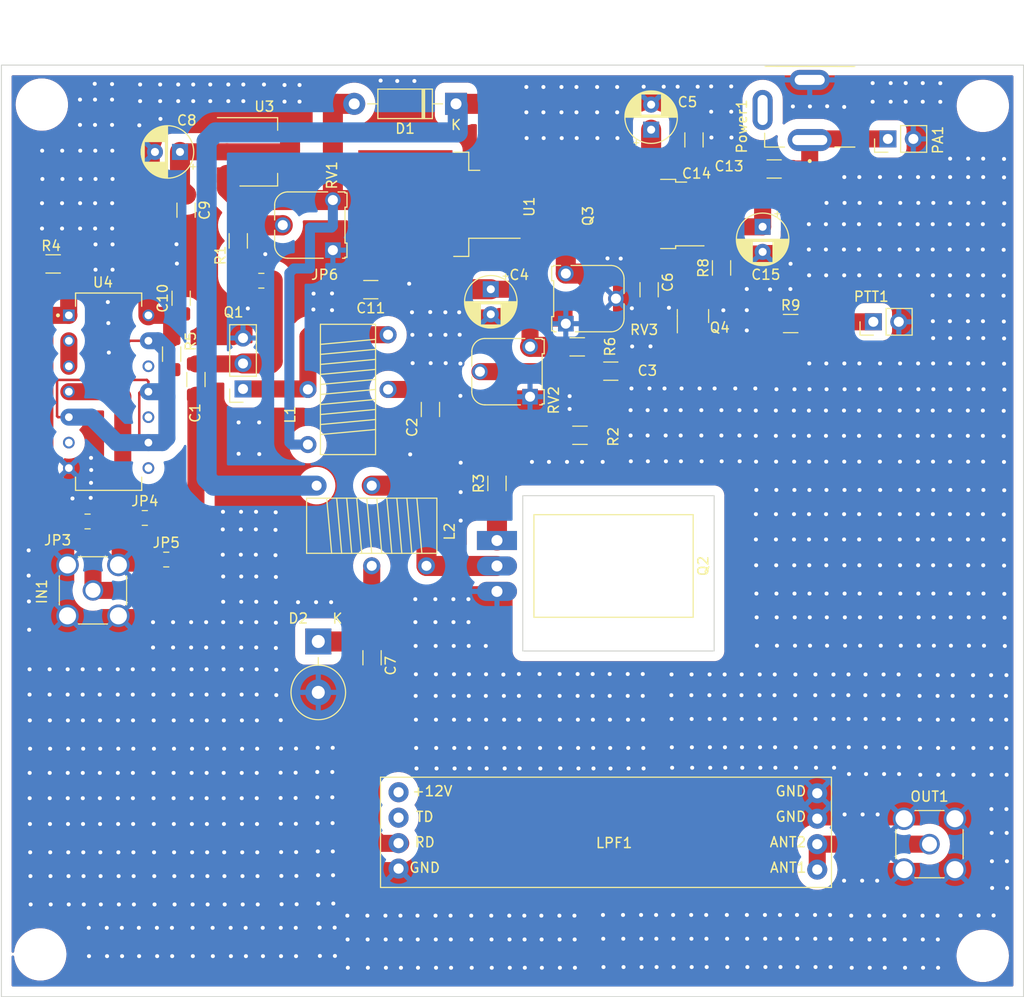
<source format=kicad_pcb>
(kicad_pcb (version 20211014) (generator pcbnew)
  (layers (0 "F.Cu" signal) (31 "B.Cu" signal) (35 "F.Paste" user) (37 "F.SilkS" user "F.Silkscreen") (38 "B.Mask" user) (39 "F.Mask" user) (44 "Edge.Cuts" user))
  (net 0 "")
  (net 1 "GND")
  (net 2 "+VDC")
  (net 3 "Net-(C3-Pad1)")
  (net 4 "Net-(C1-Pad1)")
  (net 5 "/RF_IN_200mW")
  (net 6 "Net-(Q2-Pad1)")
  (net 7 "Net-(R1-Pad1)")
  (net 8 "Net-(C7-Pad2)")
  (net 9 "/8-10mW")
  (net 10 "/RF_OUT")
  (net 11 "/DRAIN")
  (net 14 "Net-(R6-Pad2)")
  (net 15 "Net-(PTT1-Pad1)")
  (net 16 "Net-(C11-Pad1)")
  (net 17 "Net-(C2-Pad2)")
  (net 18 "Net-(L1-Pad1)")
  (net 19 "Net-(C5-Pad1)")
  (net 20 "+5V")
  (net 21 "Net-(U4-Pad2)")
  (net 25 "Net-(C1-Pad2)")
  (net 26 "Net-(JP4-Pad1)")
  (net 27 "Net-(JP3-Pad2)")
  (net 28 "Net-(R5-Pad2)")
  (net 30 "Net-(JP6-Pad2)")
  (net 31 "Net-(Q4-Pad1)")
  (net 33 "Net-(Q3-Pad1)")
  (net 34 "Net-(LPF1-Pad5)")
  (footprint "Resistor_SMD:R_1206_3216Metric_Pad1.30x1.75mm_HandSolder" (layer "F.Cu") (at 152.64 104.575 90)
    (fp_text reference "R3")
    (fp_text value "10" hide)
  )
  (footprint "Capacitor_SMD:C_1206_3216Metric_Pad1.33x1.80mm_HandSolder" (layer "F.Cu") (at 146 97.2 90)
    (fp_text reference "C2")
    (fp_text value "100nF" hide)
  )
  (footprint "Capacitor_SMD:C_1206_3216Metric_Pad1.33x1.80mm_HandSolder" (layer "F.Cu") (at 140.175 121.975 90)
    (fp_text reference "C7")
    (fp_text value "100nF 100v" hide)
  )
  (footprint "Package_TO_SOT_THT:TO-220-3_Horizontal_TabDown" (layer "F.Cu") (at 152.64 110.275 -90)
    (fp_text reference "Q2")
    (fp_text value "IRF510")
  )
  (footprint "Resistor_SMD:R_1206_3216Metric_Pad1.30x1.75mm_HandSolder" (layer "F.Cu") (at 160.925 99.775 180)
    (fp_text reference "R2")
    (fp_text value "4.7k" hide)
  )
  (footprint "Capacitor_SMD:C_1206_3216Metric_Pad1.33x1.80mm_HandSolder" (layer "F.Cu") (at 122.6 94.2125 -90)
    (fp_text reference "C1")
    (fp_text value "100nF" hide)
  )
  (footprint "Connector_PinSocket_2.54mm:PinSocket_1x03_P2.54mm_Vertical" (layer "F.Cu") (at 127.3 95.15 180)
    (fp_text reference "Q1")
    (fp_text value "BS170" hide)
  )
  (footprint "Resistor_SMD:R_1206_3216Metric_Pad1.30x1.75mm_HandSolder" (layer "F.Cu") (at 126.825 80.375 -90)
    (fp_text reference "R1")
    (fp_text value "4.7k" hide)
  )
  (footprint "footprints:FT50-43 Transformer" (layer "F.Cu") (at 137.775 87.2)
    (fp_text reference "L1")
    (fp_text value "L_Ferrite_Coupled" hide)
  )
  (footprint "Diode_THT:D_DO-41_SOD81_P10.16mm_Horizontal" (layer "F.Cu") (at 148.555 66.7 180)
    (fp_text reference "D1")
    (fp_text value "1N4007" hide)
  )
  (footprint "footprints:FT50-43 Transformer" (layer "F.Cu") (at 148.145 108.8 -90)
    (fp_text reference "L2")
    (fp_text value "L_Ferrite_Coupled" hide)
  )
  (footprint "Potentiometer_THT:Potentiometer_Runtron_RM-065_Vertical" (layer "F.Cu") (at 155.94 90.925 -90)
    (fp_text reference "RV2")
    (fp_text value "5k" hide)
  )
  (footprint "Potentiometer_THT:Potentiometer_Runtron_RM-065_Vertical" (layer "F.Cu") (at 136.265 76.3 -90)
    (fp_text reference "RV1")
    (fp_text value "5k" hide)
  )
  (footprint "Capacitor_SMD:C_1206_3216Metric_Pad1.33x1.80mm_HandSolder" (layer "F.Cu") (at 164 93.375)
    (fp_text reference "C3")
    (fp_text value "100nF" hide)
  )
  (footprint "Capacitor_THT:CP_Radial_D5.0mm_P2.50mm" (layer "F.Cu") (at 168.025 69.280113 90)
    (fp_text reference "C5")
    (fp_text value "10uF 50v" hide)
  )
  (footprint "Package_TO_SOT_SMD:TO-263-2" (layer "F.Cu") (at 146.875 76.725 180)
    (fp_text reference "U1")
    (fp_text value "LM317_D2PAK" hide)
  )
  (footprint "MountingHole:MountingHole_3.2mm_M3" (layer "F.Cu") (at 107.065 151.575)
    (fp_text reference "H3" hide)
    (fp_text value "MountingHole" hide)
  )
  (footprint "Resistor_SMD:R_1206_3216Metric_Pad1.30x1.75mm_HandSolder" (layer "F.Cu") (at 108.35 82.675)
    (fp_text reference "R4")
    (fp_text value "2.2k" hide)
  )
  (footprint "Capacitor_SMD:C_1206_3216Metric_Pad1.33x1.80mm_HandSolder" (layer "F.Cu") (at 172.3 70.3 90)
    (fp_text reference "C14")
    (fp_text value "100nF" hide)
  )
  (footprint "footprints:XKB_DC-005-5A-2.0_Modded" (layer "F.Cu") (at 183.85 64.3125 -90)
    (fp_text reference "Power1")
    (fp_text value "DC-005 (Barrel Jack)" hide)
  )
  (footprint "Connector_Coaxial:SMA_Amphenol_901-144_Vertical" (layer "F.Cu") (at 112.325 115.25)
    (fp_text reference "IN1")
    (fp_text value "SMA" hide)
  )
  (footprint "Package_TO_SOT_SMD:TO-252-2" (layer "F.Cu") (at 168 77.6875 180)
    (fp_text reference "Q3")
    (fp_text value "AOD407" hide)
  )
  (footprint "Connector_PinHeader_2.54mm:PinHeader_1x02_P2.54mm_Vertical" (layer "F.Cu") (at 190.2 88.45 90)
    (fp_text reference "PTT1")
    (fp_text value "PTT" hide)
  )
  (footprint "Capacitor_THT:CP_Radial_D5.0mm_P2.50mm" (layer "F.Cu") (at 179.15 78.969887 -90)
    (fp_text reference "C15")
    (fp_text value "22uF 25v" hide)
  )
  (footprint "Capacitor_SMD:C_1206_3216Metric_Pad1.33x1.80mm_HandSolder" (layer "F.Cu") (at 121.6175 77.31375 -90)
    (fp_text reference "C9")
    (fp_text value "100nF" hide)
  )
  (footprint "Capacitor_SMD:C_0805_2012Metric_Pad1.18x1.45mm_HandSolder" (layer "F.Cu") (at 117.5 108.025)
    (fp_text reference "JP4")
    (fp_text value "Jumper_2_Open" hide)
  )
  (footprint "Potentiometer_THT:Potentiometer_Runtron_RM-065_Vertical" (layer "F.Cu") (at 159.51 88.6375 90)
    (fp_text reference "RV3")
    (fp_text value "5k" hide)
  )
  (footprint "Resistor_SMD:R_1206_3216Metric_Pad1.30x1.75mm_HandSolder" (layer "F.Cu") (at 181.95 88.625)
    (fp_text reference "R9")
    (fp_text value "4.7k" hide)
  )
  (footprint "Capacitor_SMD:C_1206_3216Metric_Pad1.33x1.80mm_HandSolder" (layer "F.Cu") (at 180.3 73.2 180)
    (fp_text reference "C13")
    (fp_text value "100nF" hide)
  )
  (footprint "Package_TO_SOT_SMD:SOT-23" (layer "F.Cu") (at 172.2 87.875 90)
    (fp_text reference "Q4")
    (fp_text value "2N3904" hide)
  )
  (footprint "Resistor_SMD:R_1206_3216Metric_Pad1.30x1.75mm_HandSolder" (layer "F.Cu") (at 160.65 90.95)
    (fp_text reference "R6")
    (fp_text value "220" hide)
  )
  (footprint "footprints:DIP794W45P254L1969H508Q14" (layer "F.Cu") (at 113.8875 95.425)
    (fp_text reference "U4")
    (fp_text value "SN74ACT04N" hide)
  )
  (footprint "footprints:uSDX_LPF_Band_Module" (layer "F.Cu") (at 140.02 101.895)
    (fp_text reference "LPF1")
    (fp_text value "uSDX_LPF_BAND_MODULE (100v caps)")
  )
  (footprint "Capacitor_SMD:C_1206_3216Metric_Pad1.33x1.80mm_HandSolder" (layer "F.Cu") (at 167.825 85.25 -90)
    (fp_text reference "C6")
    (fp_text value "100nF" hide)
  )
  (footprint "Connector_PinHeader_2.54mm:PinHeader_1x02_P2.54mm_Vertical" (layer "F.Cu") (at 191.65 70.2 90)
    (fp_text reference "PA1")
    (fp_text value "VDC" hide)
  )
  (footprint "Diode_THT:D_DO-201_P5.08mm_Vertical_KathodeUp" (layer "F.Cu") (at 134.81 120.35 -90)
    (fp_text reference "D2")
    (fp_text value "75v 5W" hide)
  )
  (footprint "Capacitor_SMD:C_0805_2012Metric_Pad1.18x1.45mm_HandSolder" (layer "F.Cu") (at 119.64 112.175)
    (fp_text reference "JP5")
    (fp_text value "Jumper_2_Open" hide)
  )
  (footprint "Capacitor_THT:CP_Radial_D5.0mm_P2.50mm" (layer "F.Cu") (at 121.01 71.5 180)
    (fp_text reference "C8")
    (fp_text value "10uF/16V" hide)
  )
  (footprint "Capacitor_SMD:C_1206_3216Metric_Pad1.33x1.80mm_HandSolder" (layer "F.Cu") (at 121.125 86.1 90)
    (fp_text reference "C10")
    (fp_text value "100n" hide)
  )
  (footprint "Package_TO_SOT_SMD:SOT-223-3_TabPin2" (layer "F.Cu") (at 128.8425 71.48875)
    (fp_text reference "U3")
    (fp_text value "AMS1117-5.0" hide)
  )
  (footprint "Resistor_SMD:R_1206_3216Metric_Pad1.30x1.75mm_HandSolder" (layer "F.Cu") (at 175.05 83.075 90)
    (fp_text reference "R8")
    (fp_text value "4.7k" hide)
  )
  (footprint "Capacitor_THT:CP_Radial_D5.0mm_P2.50mm" (layer "F.Cu") (at 152.025 85.2 -90)
    (fp_text reference "C4")
    (fp_text value "10uF 50v" hide)
  )
  (footprint "Connector_Coaxial:SMA_Amphenol_901-144_Vertical" (layer "F.Cu") (at 195.8 140.575)
    (fp_text reference "OUT1")
    (fp_text value "SMA" hide)
  )
  (footprint "Resistor_SMD:R_1206_3216Metric_Pad1.30x1.75mm_HandSolder" (layer "F.Cu") (at 120.175 91.675 -90)
    (fp_text reference "R5")
    (fp_text value "2.2k" hide)
  )
  (footprint "MountingHole:MountingHole_3.2mm_M3" (layer "F.Cu") (at 107.225 66.775)
    (fp_text reference "H1" hide)
    (fp_text value "MountingHole" hide)
  )
  (footprint "Capacitor_SMD:C_0805_2012Metric_Pad1.18x1.45mm_HandSolder" (layer "F.Cu") (at 129.125 84.35 180)
    (fp_text reference "JP6")
    (fp_text value "Jumper_2_Open" hide)
  )
  (footprint "MountingHole:MountingHole_3.2mm_M3" (layer "F.Cu") (at 201.125 66.9)
    (fp_text reference "H2" hide)
    (fp_text value "MountingHole" hide)
  )
  (footprint "Capacitor_SMD:C_0805_2012Metric_Pad1.18x1.45mm_HandSolder" (layer "F.Cu") (at 111.7875 108.375 180)
    (fp_text reference "JP3")
    (fp_text value "Jumper_2_Open" hide)
  )
  (footprint "MountingHole:MountingHole_3.2mm_M3" (layer "F.Cu") (at 201.115 151.725 90)
    (fp_text reference "H4" hide)
    (fp_text value "MountingHole" hide)
  )
  (footprint "Capacitor_SMD:C_1206_3216Metric_Pad1.33x1.80mm_HandSolder" (layer "F.Cu") (at 140.05 85.24 180)
    (fp_text reference "C11")
    (fp_text value "100nF" hide)
  )
  (gr_rect (start 103.19 62.835) (end 205.19 155.8) (layer "Edge.Cuts") (width 0.1) (fill none))
  (gr_rect (start 155.215 105.8) (end 174.315 121.3) (layer "Edge.Cuts") (width 0.1) (fill none))
  (via (at 184.38 147.64) (size 0.8) (drill 0.4) (layers "F.Cu" "B.Cu") (net 1))
  (via (at 182.355 117.945) (size 0.8) (drill 0.4) (layers "F.Cu" "B.Cu") (net 1))
  (via (at 203.24 74.04) (size 0.8) (drill 0.4) (layers "F.Cu" "B.Cu") (net 1))
  (via (at 114.86 141.39) (size 0.8) (drill 0.4) (layers "F.Cu" "B.Cu") (net 1))
  (via (at 173.86 123.64) (size 0.8) (drill 0.4) (layers "F.Cu" "B.Cu") (net 1))
  (via (at 182.27 99.83) (size 0.8) (drill 0.4) (layers "F.Cu" "B.Cu") (net 1))
  (via (at 108.05 131.05) (size 0.8) (drill 0.4) (layers "F.Cu" "B.Cu") (net 1))
  (via (at 154.83 125.78) (size 0.8) (drill 0.4) (layers "F.Cu" "B.Cu") (net 1))
  (via (at 149.02 108.29) (size 0.8) (drill 0.4) (layers "F.Cu" "B.Cu") (net 1))
  (via (at 118.705 148.925) (size 0.8) (drill 0.4) (layers "F.Cu" "B.Cu") (net 1))
  (via (at 203.48 137.08) (size 0.8) (drill 0.4) (layers "F.Cu" "B.Cu") (net 1))
  (via (at 151.58 130.98) (size 0.8) (drill 0.4) (layers "F.Cu" "B.Cu") (net 1))
  (via (at 188.795 102.405) (size 0.8) (drill 0.4) (layers "F.Cu" "B.Cu") (net 1))
  (via (at 131.065 128.205) (size 0.8) (drill 0.4) (layers "F.Cu" "B.Cu") (net 1))
  (via (at 117.03 64.77) (size 0.8) (drill 0.4) (layers "F.Cu" "B.Cu") (net 1))
  (via (at 116.905 148.925) (size 0.8) (drill 0.4) (layers "F.Cu" "B.Cu") (net 1))
  (via (at 203.235 102.435) (size 0.8) (drill 0.4) (layers "F.Cu" "B.Cu") (net 1))
  (via (at 183.87 66.96) (size 0.8) (drill 0.4) (layers "F.Cu" "B.Cu") (net 1))
  (via (at 108.085 143.765) (size 0.8) (drill 0.4) (layers "F.Cu" "B.Cu") (net 1))
  (via (at 134.32 87.22) (size 0.8) (drill 0.4) (layers "F.Cu" "B.Cu") (net 1))
  (via (at 122.33 66.43) (size 0.8) (drill 0.4) (layers "F.Cu" "B.Cu") (net 1))
  (via (at 203.23 83.84) (size 0.8) (drill 0.4) (layers "F.Cu" "B.Cu") (net 1))
  (via (at 196.61 125.78) (size 0.8) (drill 0.4) (layers "F.Cu" "B.Cu") (net 1))
  (via (at 194.69 95.18) (size 0.8) (drill 0.4) (layers "F.Cu" "B.Cu") (net 1))
  (via (at 126.86 101.62) (size 0.8) (drill 0.4) (layers "F.Cu" "B.Cu") (net 1))
  (via (at 194.65 83.81) (size 0.8) (drill 0.4) (layers "F.Cu" "B.Cu") (net 1))
  (via (at 158.89 123.6) (size 0.8) (drill 0.4) (layers "F.Cu" "B.Cu") (net 1))
  (via (at 141.03 64.38) (size 0.8) (drill 0.4) (layers "F.Cu" "B.Cu") (net 1))
  (via (at 144.16 87.5) (size 0.8) (drill 0.4) (layers "F.Cu" "B.Cu") (net 1))
  (via (at 120.205 148.925) (size 0.8) (drill 0.4) (layers "F.Cu" "B.Cu") (net 1))
  (via (at 111.3 125.65) (size 0.8) (drill 0.4) (layers "F.Cu" "B.Cu") (net 1))
  (via (at 151.61 133.02) (size 0.8) (drill 0.4) (layers "F.Cu" "B.Cu") (net 1))
  (via (at 143.035 150.085) (size 0.8) (drill 0.4) (layers "F.Cu" "B.Cu") (net 1))
  (via (at 143.88 84.65) (size 0.8) (drill 0.4) (layers "F.Cu" "B.Cu") (net 1))
  (via (at 185.49 83.81) (size 0.8) (drill 0.4) (layers "F.Cu" "B.Cu") (net 1))
  (via (at 158.94 130.98) (size 0.8) (drill 0.4) (layers "F.Cu" "B.Cu") (net 1))
  (via (at 182.4 125.71) (size 0.8) (drill 0.4) (layers "F.Cu" "B.Cu") (net 1))
  (via (at 169.36 95.1) (size 0.8) (drill 0.4) (layers "F.Cu" "B.Cu") (net 1))
  (via (at 118.36 123.125) (size 0.8) (drill 0.4) (layers "F.Cu" "B.Cu") (net 1))
  (via (at 132.55 133.445) (size 0.8) (drill 0.4) (layers "F.Cu" "B.Cu") (net 1))
  (via (at 192.84 107.645) (size 0.8) (drill 0.4) (layers "F.Cu" "B.Cu") (net 1))
  (via (at 113.06 141.39) (size 0.8) (drill 0.4) (layers "F.Cu" "B.Cu") (net 1))
  (via (at 188.78 110.17) (size 0.8) (drill 0.4) (layers "F.Cu" "B.Cu") (net 1))
  (via (at 127.12 116.39) (size 0.8) (drill 0.4) (layers "F.Cu" "B.Cu") (net 1))
  (via (at 170.09 130.91) (size 0.8) (drill 0.4) (layers "F.Cu" "B.Cu") (net 1))
  (via (at 165.69 125.78) (size 0.8) (drill 0.4) (layers "F.Cu" "B.Cu") (net 1))
  (via (at 188.825 76.585) (size 0.8) (drill 0.4) (layers "F.Cu" "B.Cu") (net 1))
  (via (at 109.255 71.375) (size 0.8) (drill 0.4) (layers "F.Cu" "B.Cu") (net 1))
  (via (at 151.525 120.795) (size 0.8) (drill 0.4) (layers "F.Cu" "B.Cu") (net 1))
  (via (at 197.83 99.83) (size 0.8) (drill 0.4) (layers "F.Cu" "B.Cu") (net 1))
  (via (at 116.41 146.59) (size 0.8) (drill 0.4) (layers "F.Cu" "B.Cu") (net 1))
  (via (at 177.09 130.91) (size 0.8) (drill 0.4) (layers "F.Cu" "B.Cu") (net 1))
  (via (at 125.445 143.765) (size 0.8) (drill 0.4) (layers "F.Cu" "B.Cu") (net 1))
  (via (at 123.72 141.39) (size 0.8) (drill 0.4) (layers "F.Cu" "B.Cu") (net 1))
  (via (at 112.15 103.24) (size 0.8) (drill 0.4) (layers "F.Cu" "B.Cu") (net 1))
  (via (at 167.7 102.37) (size 0.8) (drill 0.4) (layers "F.Cu" "B.Cu") (net 1))
  (via (at 109.81 133.465) (size 0.8) (drill 0.4) (layers "F.Cu" "B.Cu") (net 1))
  (via (at 187.28 144.22) (size 0.8) (drill 0.4) (layers "F.Cu" "B.Cu") (net 1))
  (via (at 149.83 125.78) (size 0.8) (drill 0.4) (layers "F.Cu" "B.Cu") (net 1))
  (via (at 200.155 128.155) (size 0.8) (drill 0.4) (layers "F.Cu" "B.Cu") (net 1))
  (via (at 187.29 83.81) (size 0.8) (drill 0.4) (layers "F.Cu" "B.Cu") (net 1))
  (via (at 171.06 95.1) (size 0.8) (drill 0.4) (layers "F.Cu" "B.Cu") (net 1))
  (via (at 120.83 64.77) (size 0.8) (drill 0.4) (layers "F.Cu" "B.Cu") (net 1))
  (via (at 189.13 137.61) (size 0.8) (drill 0.4) (layers "F.Cu" "B.Cu") (net 1))
  (via (at 137.735 150.085) (size 0.8) (drill 0.4) (layers "F.Cu" "B.Cu") (net 1))
  (via (at 169.8 87.05) (size 0.8) (drill 0.4) (layers "F.Cu" "B.Cu") (net 1))
  (via (at 187.7 125.71) (size 0.8) (drill 0.4) (layers "F.Cu" "B.Cu") (net 1))
  (via (at 179.405 150.015) (size 0.8) (drill 0.4) (layers "F.Cu" "B.Cu") (net 1))
  (via (at 162.24 130.98) (size 0.8) (drill 0.4) (layers "F.Cu" "B.Cu") (net 1))
  (via (at 182.33 115.57) (size 0.8) (drill 0.4) (layers "F.Cu" "B.Cu") (net 1))
  (via (at 139.735 150.085) (size 0.8) (drill 0.4) (layers "F.Cu" "B.Cu") (net 1))
  (via (at 131.09 131.03) (size 0.8) (drill 0.4) (layers "F.Cu" "B.Cu") (net 1))
  (via (at 134.81 146.5) (size 0.8) (drill 0.4) (layers "F.Cu" "B.Cu") (net 1))
  (via (at 114.885 143.765) (size 0.8) (drill 0.4) (layers "F.Cu" "B.Cu") (net 1))
  (via (at 202.005 139.455) (size 0.8) (drill 0.4) (layers "F.Cu" "B.Cu") (net 1))
  (via (at 116.31 135.99) (size 0.8) (drill 0.4) (layers "F.Cu" "B.Cu") (net 1))
  (via (at 169.475 97.27) (size 0.8) (drill 0.4) (layers "F.Cu" "B.Cu") (net 1))
  (via (at 177.57 89.31) (size 0.8) (drill 0.4) (layers "F.Cu" "B.Cu") (net 1))
  (via (at 123.695 138.565) (size 0.8) (drill 0.4) (layers "F.Cu" "B.Cu") (net 1))
  (via (at 161.13 102.43) (size 0.8) (drill 0.4) (layers "F.Cu" "B.Cu") (net 1))
  (via (at 146.5 118.42) (size 0.8) (drill 0.4) (layers "F.Cu" "B.Cu") (net 1))
  (via (at 160.6 70.12) (size 0.8) (drill 0.4) (layers "F.Cu" "B.Cu") (net 1))
  (via (at 111.41 146.59) (size 0.8) (drill 0.4) (layers "F.Cu" "B.Cu") (net 1))
  (via (at 127.12 120.95) (size 0.8) (drill 0.4) (layers "F.Cu" "B.Cu") (net 1))
  (via (at 113.73 151.75) (size 0.8) (drill 0.4) (layers "F.Cu" "B.Cu") (net 1))
  (via (at 105.935 116.355) (size 0.8) (drill 0.4) (layers "F.Cu" "B.Cu") (net 1))
  (via (at 200.15 123.71) (size 0.8) (drill 0.4) (layers "F.Cu" "B.Cu") (net 1))
  (via (at 148.01 147.71) (size 0.8) (drill 0.4) (layers "F.Cu" "B.Cu") (net 1))
  (via (at 188.82 105.23) (size 0.8) (drill 0.4) (layers "F.Cu" "B.Cu") (net 1))
  (via (at 108 125.65) (size 0.8) (drill 0.4) (layers "F.Cu" "B.Cu") (net 1))
  (via (at 185.58 120.77) (size 0.8) (drill 0.4) (layers "F.Cu" "B.Cu") (net 1))
  (via (at 174.015 67.485) (size 0.8) (drill 0.4) (layers "F.Cu" "B.Cu") (net 1))
  (via (at 156.13 102.43) (size 0.8) (drill 0.4) (layers "F.Cu" "B.Cu") (net 1))
  (via (at 167.215 128.155) (size 0.8) (drill 0.4) (layers "F.Cu" "B.Cu") (net 1))
  (via (at 144.53 125.78) (size 0.8) (drill 0.4) (layers "F.Cu" "B.Cu") (net 1))
  (via (at 199.655 102.405) (size 0.8) (drill 0.4) (layers "F.Cu" "B.Cu") (net 1))
  (via (at 106 123.125) (size 0.8) (drill 0.4) (layers "F.Cu" "B.Cu") (net 1))
  (via (at 119.03 66.43) (size 0.8) (drill 0.4) (layers "F.Cu" "B.Cu") (net 1))
  (via (at 146.025 92.575) (size 0.8) (drill 0.4) (layers "F.Cu" "B.Cu") (net 1))
  (via (at 178.48 107.645) (size 0.8) (drill 0.4) (layers "F.Cu" "B.Cu") (net 1))
  (via (at 189.42 123.64) (size 0.8) (drill 0.4) (layers "F.Cu" "B.Cu") (net 1))
  (via (at 120.36 125.65) (size 0.8) (drill 0.4) (layers "F.Cu" "B.Cu") (net 1))
  (via (at 167.02 147.64) (size 0.8) (drill 0.4) (layers "F.Cu" "B.Cu") (net 1))
  (via (at 144.2 89.75) (size 0.8) (drill 0.4) (layers "F.Cu" "B.Cu") (net 1))
  (via (at 203.505 139.455) (size 0.8) (drill 0.4) (layers "F.Cu" "B.Cu") (net 1))
  (via (at 196.115 85.815) (size 0.8) (drill 0.4) (layers "F.Cu" "B.Cu") (net 1))
  (via (at 128.685 128.225) (size 0.8) (drill 0.4) (layers "F.Cu" "B.Cu") (net 1))
  (via (at 178.505 112.745) (size 0.8) (drill 0.4) (layers "F.Cu" "B.Cu") (net 1))
  (via (at 191.2 125.71) (size 0.8) (drill 0.4) (layers "F.Cu" "B.Cu") (net 1))
  (via (at 167.19 125.78) (size 0.8) (drill 0.4) (layers "F.Cu" "B.Cu") (net 1))
  (via (at 196.635 150.085) (size 0.8) (drill 0.4) (layers "F.Cu" "B.Cu") (net 1))
  (via (at 182.295 102.405) (size 0.8) (drill 0.4) (layers "F.Cu" "B.Cu") (net 1))
  (via (at 114.24 76.615) (size 0.8) (drill 0.4) (layers "F.Cu" "B.Cu") (net 1))
  (via (at 128.66 125.65) (size 0.8) (drill 0.4) (layers "F.Cu" "B.Cu") (net 1))
  (via (at 189.47 133.58) (size 0.8) (drill 0.4) (layers "F.Cu" "B.Cu") (net 1))
  (via (at 139.71 147.71) (size 0.8) (drill 0.4) (layers "F.Cu" "B.Cu") (net 1))
  (via (at 153.38 130.98) (size 0.8) (drill 0.4) (layers "F.Cu" "B.Cu") (net 1))
  (via (at 136.18 87.29) (size 0.8) (drill 0.4) (layers "F.Cu" "B.Cu") (net 1))
  (via (at 182.33 95.18) (size 0.8) (drill 0.4) (layers "F.Cu" "B.Cu") (net 1))
  (via (at 183.88 120.77) (size 0.8) (drill 0.4) (layers "F.Cu" "B.Cu") (net 1))
  (via (at 118.42 141.39) (size 0.8) (drill 0.4) (layers "F.Cu" "B.Cu") (net 1))
  (via (at 185.48 110.17) (size 0.8) (drill 0.4) (layers "F.Cu" "B.Cu") (net 1))
  (via (at 203.26 105.26) (size 0.8) (drill 0.4) (layers "F.Cu" "B.Cu") (net 1))
  (via (at 203.245 90.11) (size 0.8) (drill 0.4) (layers "F.Cu" "B.Cu") (net 1))
  (via (at 151.555 128.155) (size 0.8) (drill 0.4) (layers "F.Cu" "B.Cu") (net 1))
  (via (at 131.15 146.57) (size 0.8) (drill 0.4) (layers "F.Cu" "B.Cu") (net 1))
  (via (at 190.885 76.585) (size 0.8) (drill 0.4) (layers "F.Cu" "B.Cu") (net 1))
  (via (at 159.1 70.12) (size 0.8) (drill 0.4) (layers "F.Cu" "B.Cu") (net 1))
  (via (at 120.37 135.99) (size 0.8) (drill 0.4) (layers "F.Cu" "B.Cu") (net 1))
  (via (at 120.23 151.75) (size 0.8) (drill 0.4) (layers "F.Cu" "B.Cu") (net 1))
  (via (at 147.525 92.575) (size 0.8) (drill 0.4) (layers "F.Cu" "B.Cu") (net 1))
  (via (at 194.835 128.155) (size 0.8) (drill 0.4) (layers "F.Cu" "B.Cu") (net 1))
  (via (at 190.915 117.945) (size 0.8) (drill 0.4) (layers "F.Cu" "B.Cu") (net 1))
  (via (at 183.77 99.83) (size 0.8) (drill 0.4) (layers "F.Cu" "B.Cu") (net 1))
  (via (at 180.88 147.64) (size 0.8) (drill 0.4) (layers "F.Cu" "B.Cu") (net 1))
  (via (at 172.04 125.71) (size 0.8) (drill 0.4) (layers "F.Cu" "B.Cu") (net 1))
  (via (at 192.83 99.83) (size 0.8) (drill 0.4) (layers "F.Cu" "B.Cu") (net 1))
  (via (at 190.855 102.405) (size 0.8) (drill 0.4) (layers "F.Cu" "B.Cu") (net 1))
  (via (at 132.55 135.97) (size 0.8) (drill 0.4) (layers "F.Cu" "B.Cu") (net 1))
  (via (at 201.165 90.08) (size 0.8) (drill 0.4) (layers "F.Cu" "B.Cu") (net 1))
  (via (at 176.835 97.27) (size 0.8) (drill 0.4) (layers "F.Cu" "B.Cu") (net 1))
  (via (at 171 102.37) (size 0.8) (drill 0.4) (layers "F.Cu" "B.Cu") (net 1))
  (via (at 112.58 74.2) (size 0.8) (drill 0.4) (layers "F.Cu" "B.Cu") (net 1))
  (via (at 130.54 111.74) (size 0.8) (drill 0.4) (layers "F.Cu" "B.Cu") (net 1))
  (via (at 201.14 110.17) (size 0.8) (drill 0.4) (layers "F.Cu" "B.Cu") (net 1))
  (via (at 196.215 117.945) (size 0.8) (drill 0.4) (layers "F.Cu" "B.Cu") (net 1))
  (via (at 126.09 151.75) (size 0.8) (drill 0.4) (layers "F.Cu" "B.Cu") (net 1))
  (via (at 155.575 65.02) (size 0.8) (drill 0.4) (layers "F.Cu" "B.Cu") (net 1))
  (via (at 122.27 146.59) (size 0.8) (drill 0.4) (layers "F.Cu" "B.Cu") (net 1))
  (via (at 156.89 125.78) (size 0.8) (drill 0.4) (layers "F.Cu" "B.Cu") (net 1))
  (via (at 109.24 79.14) (size 0.8) (drill 0.4) (layers "F.Cu" "B.Cu") (net 1))
  (via (at 144.49 116.13) (size 0.8) (drill 0.4) (layers "F.Cu" "B.Cu") (net 1))
  (via (at 127.22 141.39) (size 0.8) (drill 0.4) (layers "F.Cu" "B.Cu") (net 1))
  (via (at 122.12 118.425) (size 0.8) (drill 0.4) (layers "F.Cu" "B.Cu") (net 1))
  (via (at 179.38 147.64) (size 0.8) (drill 0.4) (layers "F.Cu" "B.Cu") (net 1))
  (via (at 195.11 147.71) (size 0.8) (drill 0.4) (layers "F.Cu" "B.Cu") (net 1))
  (via (at 176.86 102.37) (size 0.8) (drill 0.4) (layers "F.Cu" "B.Cu") (net 1))
  (via (at 203.21 99.86) (size 0.8) (drill 0.4) (layers "F.Cu" "B.Cu") (net 1))
  (via (at 165.715 128.155) (size 0.8) (drill 0.4) (layers "F.Cu" "B.Cu") (net 1))
  (via (at 194.625 78.71) (size 0.8) (drill 0.4) (layers "F.Cu" "B.Cu") (net 1))
  (via (at 196.14 88.39) (size 0.8) (drill 0.4) (layers "F.Cu" "B.Cu") (net 1))
  (via (at 186.2 125.71) (size 0.8) (drill 0.4) (layers "F.Cu" "B.Cu") (net 1))
  (via (at 116.93 151.75) (size 0.8) (drill 0.4) (layers "F.Cu" "B.Cu") (net 1))
  (via (at 163.915 128.155) (size 0.8) (drill 0.4) (layers "F.Cu" "B.Cu") (net 1))
  (via (at 123.77 146.59) (size 0.8) (drill 0.4) (layers "F.Cu" "B.Cu") (net 1))
  (via (at 118.41 131.05) (size 0.8) (drill 0.4) (layers "F.Cu" "B.Cu") (net 1))
  (via (at 148.41 133.02) (size 0.8) (drill 0.4) (layers "F.Cu" "B.Cu") (net 1))
  (via (at 188.765 81.235) (size 0.8) (drill 0.4) (layers "F.Cu" "B.Cu") (net 1))
  (via (at 127.16 125.65) (size 0.8) (drill 0.4) (layers "F.Cu" "B.Cu") (net 1))
  (via (at 187.725 128.085) (size 0.8) (drill 0.4) (layers "F.Cu" "B.Cu") (net 1))
  (via (at 201.125 78.71) (size 0.8) (drill 0.4) (layers "F.Cu" "B.Cu") (net 1))
  (via (at 190.84 110.17) (size 0.8) (drill 0.4) (layers "F.Cu" "B.Cu") (net 1))
  (via (at 158.92 152.91) (size 0.8) (drill 0.4) (layers "F.Cu" "B.Cu") (net 1))
  (via (at 197.86 74.01) (size 0.8) (drill 0.4) (layers "F.Cu" "B.Cu") (net 1))
  (via (at 194.64 110.17) (size 0.8) (drill 0.4) (layers "F.Cu" "B.Cu") (net 1))
  (via (at 106.025 128.225) (size 0.8) (drill 0.4) (layers "F.Cu" "B.Cu") (net 1))
  (via (at 191.225 128.085) (size 0.8) (drill 0.4) (layers "F.Cu" "B.Cu") (net 1))
  (via (at 199.66 74.01) (size 0.8) (drill 0.4) (layers "F.Cu" "B.Cu") (net 1))
  (via (at 194.68 105.23) (size 0.8) (drill 0.4) (layers "F.Cu" "B.Cu") (net 1))
  (via (at 111.385 143.765) (size 0.8) (drill 0.4) (layers "F.Cu" "B.Cu") (net 1))
  (via (at 201.125 81.235) (size 0.8) (drill 0.4) (layers "F.Cu" "B.Cu") (net 1))
  (via (at 160.575 67.545) (size 0.8) (drill 0.4) (layers "F.Cu" "B.Cu") (net 1))
  (via (at 188.855 117.945) (size 0.8) (drill 0.4) (layers "F.Cu" "B.Cu") (net 1))
  (via (at 178.86 123.64) (size 0.8) (drill 0.4) (layers "F.Cu" "B.Cu") (net 1))
  (via (at 159.63 102.43) (size 0.8) (drill 0.4) (layers "F.Cu" "B.Cu") (net 1))
  (via (at 132.575 138.545) (size 0.8) (drill 0.4) (layers "F.Cu" "B.Cu") (net 1))
  (via (at 113.11 146.59) (size 0.8) (drill 0.4) (layers "F.Cu" "B.Cu") (net 1))
  (via (at 193.36 152.91) (size 0.8) (drill 0.4) (layers "F.Cu" "B.Cu") (net 1))
  (via (at 154.855 128.155) (size 0.8) (drill 0.4) (layers "F.Cu" "B.Cu") (net 1))
  (via (at 148.99 92.62) (size 0.8) (drill 0.4) (layers "F.Cu" "B.Cu") (net 1))
  (via (at 128.71 131.05) (size 0.8) (drill 0.4) (layers "F.Cu" "B.Cu") (net 1))
  (via (at 144.4 64.42) (size 0.8) (drill 0.4) (layers "F.Cu" "B.Cu") (net 1))
  (via (at 194.63 97.305) (size 0.8) (drill 0.4) (layers "F.Cu" "B.Cu") (net 1))
  (via (at 202 133.65) (size 0.8) (drill 0.4) (layers "F.Cu" "B.Cu") (net 1))
  (via (at 189.79 147.71) (size 0.8) (drill 0.4) (layers "F.Cu" "B.Cu") (net 1))
  (via (at 203.265 76.615) (size 0.8) (drill 0.4) (layers "F.Cu" "B.Cu") (net 1))
  (via (at 194.86 130.98) (size 0.8) (drill 0.4) (layers "F.Cu" "B.Cu") (net 1))
  (via (at 167.27 133.02) (size 0.8) (drill 0.4) (layers "F.Cu" "B.Cu") (net 1))
  (via (at 152.07 147.71) (size 0.8) (drill 0.4) (layers "F.Cu" "B.Cu") (net 1))
  (via (at 128.66 123.125) (size 0.8) (drill 0.4) (layers "F.Cu" "B.Cu") (net 1))
  (via (at 180.365 128.085) (size 0.8) (drill 0.4) (layers "F.Cu" "B.Cu") (net 1))
  (via (at 195.16 152.91) (size 0.8) (drill 0.4) (layers "F.Cu" "B.Cu") (net 1))
  (via (at 177.605 150.015) (size 0.8) (drill 0.4) (layers "F.Cu" "B.Cu") (net 1))
  (via (at 126.86 98.49) (size 0.8) (drill 0.4) (layers "F.Cu" "B.Cu") (net 1))
  (via (at 139.76 152.91) (size 0.8) (drill 0.4) (layers "F.Cu" "B.Cu") (net 1))
  (via (at 183.855 117.945) (size 0.8) (drill 0.4) (layers "F.Cu" "B.Cu") (net 1))
  (via (at 201.24 120.77) (size 0.8) (drill 0.4) (layers "F.Cu" "B.Cu") (net 1))
  (via (at 148.99 95.84) (size 0.8) (drill 0.4) (layers "F.Cu" "B.Cu") (net 1))
  (via (at 170.245 150.015) (size 0.8) (drill 0.4) (layers "F.Cu" "B.Cu") (net 1))
  (via (at 194.715 117.945) (size 0.8) (drill 0.4) (layers "F.Cu" "B.Cu") (net 1))
  (via (at 175.42 132.95) (size 0.8) (drill 0.4) (layers "F.Cu" "B.Cu") (net 1))
  (via (at 201.14 107.645) (size 0.8) (drill 0.4) (layers "F.Cu" "B.Cu") (net 1))
  (via (at 187.28 110.17) (size 0.8) (drill 0.4) (layers "F.Cu" "B.Cu") (net 1))
  (via (at 114.8 125.65) (size 0.8) (drill 0.4) (layers "F.Cu" "B.Cu") (net 1))
  (via (at 125.28 111.69) (size 0.8) (drill 0.4) (layers "F.Cu" "B.Cu") (net 1))
  (via (at 187.33 115.57) (size 0.8) (drill 0.4) (layers "F.Cu" "B.Cu") (net 1))
  (via (at 199.69 115.57) (size 0.8) (drill 0.4) (layers "F.Cu" "B.Cu") (net 1))
  (via (at 113.035 138.565) (size 0.8) (drill 0.4) (layers "F.Cu" "B.Cu") (net 1))
  (via (at 111.36 141.39) (size 0.8) (drill 0.4) (layers "F.Cu" "B.Cu") (net 1))
  (via (at 197.825 81.235) (size 0.8) (drill 0.4) (layers "F.Cu" "B.Cu") (net 1))
  (via (at 148.325 120.795) (size 0.8) (drill 0.4) (layers "F.Cu" "B.Cu") (net 1))
  (via (at 125.32 116.39) (size 0.8) (drill 0.4) (layers "F.Cu" "B.Cu") (net 1))
  (via (at 132.565 148.925) (size 0.8) (drill 0.4) (layers "F.Cu" "B.Cu") (net 1))
  (via (at 125.385 128.225) (size 0.8) (drill 0.4) (layers "F.Cu" "B.Cu") (net 1))
  (via (at 185.47 99.83) (size 0.8) (drill 0.4) (layers "F.Cu" "B.Cu") (net 1))
  (via (at 113.91 91.52) (size 0.8) (drill 0.4) (layers "F.Cu" "B.Cu") (net 1))
  (via (at 187.75 130.91) (size 0.8) (drill 0.4) (layers "F.Cu" "B.Cu") (net 1))
  (via (at 109.8 123.125) (size 0.8) (drill 0.4) (layers "F.Cu" "B.Cu") (net 1))
  (via (at 170.27 152.84) (size 0.8) (drill 0.4) (layers "F.Cu" "B.Cu") (net 1))
  (via (at 127.1 107.41) (size 0.8) (drill 0.4) (layers "F.Cu" "B.Cu") (net 1))
  (via (at 196.155 102.405) (size 0.8) (drill 0.4) (layers "F.Cu" "B.Cu") (net 1))
  (via (at 203.455 128.155) (size 0.8) (drill 0.4) (layers "F.Cu" "B.Cu") (net 1))
  (via (at 184.45 130.91) (size 0.8) (drill 0.4) (layers "F.Cu" "B.Cu") (net 1))
  (via (at 151.53 125.78) (size 0.8) (drill 0.4) (layers "F.Cu" "B.Cu") (net 1))
  (via (at 149.02 102.51) (size 0.8) (drill 0.4) (layers "F.Cu" "B.Cu") (net 1))
  (via (at 112.54 79.14) (size 0.8) (drill 0.4) (layers "F.Cu" "B.Cu") (net 1))
  (via (at 122.185 128.225) (size 0.8) (drill 0.4) (layers "F.Cu" "B.Cu") (net 1))
  (via (at 183.83 115.57) (size 0.8) (drill 0.4) (layers "F.Cu" "B.Cu") (net 1))
  (via (at 111.335 138.565) (size 0.8) (drill 0.4) (layers "F.Cu" "B.Cu") (net 1))
  (via (at 111.04 79.14) (size 0.8) (drill 0.4) (layers "F.Cu" "B.Cu") (net 1))
  (via (at 201.18 105.23) (size 0.8) (drill 0.4) (layers "F.Cu" "B.Cu") (net 1))
  (via (at 131.44 64.82) (size 0.8) (drill 0.4) (layers "F.Cu" "B.Cu") (net 1))
  (via (at 192.88 105.23) (size 0.8) (drill 0.4) (layers "F.Cu" "B.Cu") (net 1))
  (via (at 151.55 123.62) (size 0.8) (drill 0.4) (layers "F.Cu" "B.Cu") (net 1))
  (via (at 194.665 92.605) (size 0.8) (drill 0.4) (layers "F.Cu" "B.Cu") (net 1))
  (via (at 201.95 123.71) (size 0.8) (drill 0.4) (layers "F.Cu" "B.Cu") (net 1))
  (via (at 187.72 123.64) (size 0.8) (drill 0.4) (layers "F.Cu" "B.Cu") (net 1))
  (via (at 167.86 95.1) (size 0.8) (drill 0.4) (layers "F.Cu" "B.Cu") (net 1))
  (via (at 176.04 70.06) (size 0.8) (drill 0.4) (layers "F.Cu" "B.Cu") (net 1))
  (via (at 187.325 76.585) (size 0.8) (drill 0.4) (layers "F.Cu" "B.Cu") (net 1))
  (via (at 127.17 133.465) (size 0.8) (drill 0.4) (layers "F.Cu" "B.Cu") (net 1))
  (via (at 112.555 71.375) (size 0.8) (drill 0.4) (layers "F.Cu" "B.Cu") (net 1))
  (via (at 188.77 99.83) (size 0.8) (drill 0.4) (layers "F.Cu" "B.Cu") (net 1))
  (via (at 172.67 64.99) (size 0.8) (drill 0.4) (layers "F.Cu" "B.Cu") (net 1))
  (via (at 190.865 112.745) (size 0.8) (drill 0.4) (layers "F.Cu" "B.Cu") (net 1))
  (via (at 190.94 120.77) (size 0.8) (drill 0.4) (layers "F.Cu" "B.Cu") (net 1))
  (via (at 112.13 104.52) (size 0.8) (drill 0.4) (layers "F.Cu" "B.Cu") (net 1))
  (via (at 199.65 83.81) (size 0.8) (drill 0.4) (layers "F.Cu" "B.Cu") (net 1))
  (via (at 149.79 116.13) (size 0.8) (drill 0.4) (layers "F.Cu" "B.Cu") (net 1))
  (via (at 128.58 109.165) (size 0.8) (drill 0.4) (layers "F.Cu" "B.Cu") (net 1))
  (via (at 158.87 147.71) (size 0.8) (drill 0.4) (layers "F.Cu" "B.Cu") (net 1))
  (via (at 192.77 133.58) (size 0.8) (drill 0.4) (layers "F.Cu" "B.Cu") (net 1))
  (via (at 197.865 90.08) (size 0.8) (drill 0.4) (layers "F.Cu" "B.Cu") (net 1))
  (via (at 192.885 76.585) (size 0.8) (drill 0.4) (layers "F.Cu" "B.Cu") (net 1))
  (via (at 180.52 105.23) (size 0.8) (drill 0.4) (layers "F.Cu" "B.Cu") (net 1))
  (via (at 122.12 120.95) (size 0.8) (drill 0.4) (layers "F.Cu" "B.Cu") (net 1))
  (via (at 196.635 128.155) (size 0.8) (drill 0.4) (layers "F.Cu" "B.Cu") (net 1))
  (via (at 196.14 107.645) (size 0.8) (drill 0.4) (layers "F.Cu" "B.Cu") (net 1))
  (via (at 182.45 130.91) (size 0.8) (drill 0.4) (layers "F.Cu" "B.Cu") (net 1))
  (via (at 191.93 64.63) (size 0.8) (drill 0.4) (layers "F.Cu" "B.Cu") (net 1))
  (via (at 150.07 147.71) (size 0.8) (drill 0.4) (layers "F.Cu" "B.Cu") (net 1))
  (via (at 195.135 150.085) (size 0.8) (drill 0.4) (layers "F.Cu" "B.Cu") (net 1))
  (via (at 199.64 110.17) (size 0.8) (drill 0.4) (layers "F.Cu" "B.Cu") (net 1))
  (via (at 105.91 113.78) (size 0.8) (drill 0.4) (layers "F.Cu" "B.Cu") (net 1))
  (via (at 198.16 130.98) (size 0.8) (drill 0.4) (layers "F.Cu" "B.Cu") (net 1))
  (via (at 125.32 118.425) (size 0.8) (drill 0.4) (layers "F.Cu" "B.Cu") (net 1))
  (via (at 201.15 83.81) (size 0.8) (drill 0.4) (layers "F.Cu" "B.Cu") (net 1))
  (via (at 113.705 148.925) (size 0.8) (drill 0.4) (layers "F.Cu" "B.Cu") (net 1))
  (via (at 149.8 118.42) (size 0.8) (drill 0.4) (layers "F.Cu" "B.Cu") (net 1))
  (via (at 132.79 116.43) (size 0.8) (drill 0.4) (layers "F.Cu" "B.Cu") (net 1))
  (via (at 202.2 147.69) (size 0.8) (drill 0.4) (layers "F.Cu" "B.Cu") (net 1))
  (via (at 201.13 99.83) (size 0.8) (drill 0.4) (layers "F.Cu" "B.Cu") (net 1))
  (via (at 153.895 150.085) (size 0.8) (drill 0.4) (layers "F.Cu" "B.Cu") (net 1))
  (via (at 203.24 72.2) (size 0.8) (drill 0.4) (layers "F.Cu" "B.Cu") (net 1))
  (via (at 180.48 107.645) (size 0.8) (drill 0.4) (layers "F.Cu" "B.Cu") (net 1))
  (via (at 114.24 79.14) (size 0.8) (drill 0.4) (layers "F.Cu" "B.Cu") (net 1))
  (via (at 194.625 81.235) (size 0.8) (drill 0.4) (layers "F.Cu" "B.Cu") (net 1))
  (via (at 146.56 152.91) (size 0.8) (drill 0.4) (layers "F.Cu" "B.Cu") (net 1))
  (via (at 203.27 95.21) (size 0.8) (drill 0.4) (layers "F.Cu" "B.Cu") (net 1))
  (via (at 173.035 97.27) (size 0.8) (drill 0.4) (layers "F.Cu" "B.Cu") (net 1))
  (via (at 185.525 76.585) (size 0.8) (drill 0.4) (layers "F.Cu" "B.Cu") (net 1))
  (via (at 180.42 132.95) (size 0.8) (drill 0.4) (layers "F.Cu" "B.Cu") (net 1))
  (via (at 198.18 133.65) (size 0.8) (drill 0.4) (layers "F.Cu" "B.Cu") (net 1))
  (via (at 130.62 123.175) (size 0.8) (drill 0.4) (layers "F.Cu" "B.Cu") (net 1))
  (via (at 203.295 117.975) (size 0.8) (drill 0.4) (layers "F.Cu" "B.Cu") (net 1))
  (via (at 197.915 117.945) (size 0.8) (drill 0.4) (layers "F.Cu" "B.Cu") (net 1))
  (via (at 109.8 125.65) (size 0.8) (drill 0.4) (layers "F.Cu" "B.Cu") (net 1))
  (via (at 187.32 105.23) (size 0.8) (drill 0.4) (layers "F.Cu" "B.Cu") (net 1))
  (via (at 118.47 146.59) (size 0.8) (drill 0.4) (layers "F.Cu" "B.Cu") (net 1))
  (via (at 106.01 133.465) (size 0.8) (drill 0.4) (layers "F.Cu" "B.Cu") (net 1))
  (via (at 170.975 99.795) (size 0.8) (drill 0.4) (layers "F.Cu" "B.Cu") (net 1))
  (via (at 198.9 147.69) (size 0.8) (drill 0.4) (layers "F.Cu" "B.Cu") (net 1))
  (via (at 162.215 128.155) (size 0.8) (drill 0.4) (layers "F.Cu" "B.Cu") (net 1))
  (via (at 114.28 80.725) (size 0.8) (drill 0.4) (layers "F.Cu" "B.Cu") (net 1))
  (via (at 196.19 115.57) (size 0.8) (drill 0.4) (layers "F.Cu" "B.Cu") (net 1))
  (via (at 107.24 76.615) (size 0.8) (drill 0.4) (layers "F.Cu" "B.Cu") (net 1))
  (via (at 130.58 116.44) (size 0.8) (drill 0.4) (layers "F.Cu" "B.Cu") (net 1))
  (via (at 134.76 141.3) (size 0.8) (drill 0.4) (layers "F.Cu" "B.Cu") (net 1))
  (via (at 187.33 95.18) (size 0.8) (drill 0.4) (layers "F.Cu" "B.Cu") (net 1))
  (via (at 192.915 117.945) (size 0.8) (drill 0.4) (layers "F.Cu" "B.Cu") (net 1))
  (via (at 144.58 130.98) (size 0.8) (drill 0.4) (layers "F.Cu" "B.Cu") (net 1))
  (via (at 194.66 74.01) (size 0.8) (drill 0.4) (layers "F.Cu" "B.Cu") (net 1))
  (via (at 167.675 99.795) (size 0.8) (drill 0.4) (layers "F.Cu" "B.Cu") (net 1))
  (via (at 148.87 87.5) (size 0.8) (drill 0.4) (layers "F.Cu" "B.Cu") (net 1))
  (via (at 130.62 125.7) (size 0.8) (drill 0.4) (layers "F.Cu" "B.Cu") (net 1))
  (via (at 189.84 152.91) (size 0.8) (drill 0.4) (layers "F.Cu" "B.Cu") (net 1))
  (via (at 106.01 135.99) (size 0.8) (drill 0.4) (layers "F.Cu" "B.Cu") (net 1))
  (via (at 203.245 92.635) (size 0.8) (drill 0.4) (layers "F.Cu" "B.Cu") (net 1))
  (via (at 120.83 66.43) (size 0.8) (drill 0.4) (layers "F.Cu" "B.Cu") (net 1))
  (via (at 195.13 66.49) (size 0.8) (drill 0.4) (layers "F.Cu" "B.Cu") (net 1))
  (via (at 199.625 81.235) (size 0.8) (drill 0.4) (layers "F.Cu" "B.Cu") (net 1))
  (via (at 178.47 99.83) (size 0.8) (drill 0.4) (layers "F.Cu" "B.Cu") (net 1))
  (via (at 136.09 116.43) (size 0.8) (drill 0.4) (layers "F.Cu" "B.Cu") (net 1))
  (via (at 201.13 97.305) (size 0.8) (drill 0.4) (layers "F.Cu" "B.Cu") (net 1))
  (via (at 109.28 74.2) (size 0.8) (drill 0.4) (layers "F.Cu" "B.Cu") (net 1))
  (via (at 173.545 150.015) (size 0.8) (drill 0.4) (layers "F.Cu" "B.Cu") (net 1))
  (via (at 194.88 133.65) (size 0.8) (drill 0.4) (layers "F.Cu" "B.Cu") (net 1))
  (via (at 186.28 132.95) (size 0.8) (drill 0.4) (layers "F.Cu" "B.Cu") (net 1))
  (via (at 116.31 133.465) (size 0.8) (drill 0.4) (layers "F.Cu" "B.Cu") (net 1))
  (via (at 182.58 147.64) (size 0.8) (drill 0.4) (layers "F.Cu" "B.Cu") (net 1))
  (via (at 125.32 113.865) (size 0.8) (drill 0.4) (layers "F.Cu" "B.Cu") (net 1))
  (via (at 114.835 138.565) (size 0.8) (drill 0.4) (layers "F.Cu" "B.Cu") (net 1))
  (via (at 182.605 150.015) (size 0.8) (drill 0.4) (layers "F.Cu" "B.Cu") (net 1))
  (via (at 125.32 120.95) (size 0.8) (drill 0.4) (layers "F.Cu" "B.Cu") (net 1))
  (via (at 131.05 135.97) (size 0.8) (drill 0.4) (layers "F.Cu" "B.Cu") (net 1))
  (via (at 160.69 125.78) (size 0.8) (drill 0.4) (layers "F.Cu" "B.Cu") (net 1))
  (via (at 183.765 78.71) (size 0.8) (drill 0.4) (layers "F.Cu" "B.Cu") (net 1))
  (via (at 178.48 110.17) (size 0.8) (drill 0.4) (layers "F.Cu" "B.Cu") (net 1))
  (via (at 128.62 113.865) (size 0.8) (drill 0.4) (layers "F.Cu" "B.Cu") (net 1))
  (via (at 114.81 133.465) (size 0.8) (drill 0.4) (layers "F.Cu" "B.Cu") (net 1))
  (via (at 198.135 128.155) (size 0.8) (drill 0.4) (layers "F.Cu" "B.Cu") (net 1))
  (via (at 132.65 146.57) (size 0.8) (drill 0.4) (layers "F.Cu" "B.Cu") (net 1))
  (via (at 187.38 120.77) (size 0.8) (drill 0.4) (layers "F.Cu" "B.Cu") (net 1))
  (via (at 114.23 68.8) (size 0.8) (drill 0.4) (layers "F.Cu" "B.Cu") (net 1))
  (via (at 193.43 64.63) (size 0.8) (drill 0.4) (layers "F.Cu" "B.Cu") (net 1))
  (via (at 192.75 130.91) (size 0.8) (drill 0.4) (layers "F.Cu" "B.Cu") (net 1))
  (via (at 114.91 146.59) (size 0.8) (drill 0.4) (layers "F.Cu" "B.Cu") (net 1))
  (via (at 201.115 85.815) (size 0.8) (drill 0.4) (layers "F.Cu" "B.Cu") (net 1))
  (via (at 127.12 113.865) (size 0.8) (drill 0.4) (layers "F.Cu" "B.Cu") (net 1))
  (via (at 162.27 133.02) (size 0.8) (drill 0.4) (layers "F.Cu" "B.Cu") (net 1))
  (via (at 196.13 97.305) (size 0.8) (drill 0.4) (layers "F.Cu" "B.Cu") (net 1))
  (via (at 180.47 99.83) (size 0.8) (drill 0.4) (layers "F.Cu" "B.Cu") (net 1))
  (via (at 111.35 131.05) (size 0.8) (drill 0.4) (layers "F.Cu" "B.Cu") (net 1))
  (via (at 183.78 107.645) (size 0.8) (drill 0.4) (layers "F.Cu" "B.Cu") (net 1))
  (via (at 185.555 117.945) (size 0.8) (drill 0.4) (layers "F.Cu" "B.Cu") (net 1))
  (via (at 194.81 125.78) (size 0.8) (drill 0.4) (layers "F.Cu" "B.Cu") (net 1))
  (via (at 165.975 97.27) (size 0.8) (drill 0.4) (layers "F.Cu" "B.Cu") (net 1))
  (via (at 163.27 152.84) (size 0.8) (drill 0.4) (layers "F.Cu" "B.Cu") (net 1))
  (via (at 167.675 97.27) (size 0.8) (drill 0.4) (layers "F.Cu" "B.Cu") (net 1))
  (via (at 168.545 150.015) (size 0.8) (drill 0.4) (layers "F.Cu" "B.Cu") (net 1))
  (via (at 128.91 98.49) (size 0.8) (drill 0.4) (layers "F.Cu" "B.Cu") (net 1))
  (via (at 196.68 133.65) (size 0.8) (drill 0.4) (layers "F.Cu" "B.Cu") (net 1))
  (via (at 188.8 74.01) (size 0.8) (drill 0.4) (layers "F.Cu" "B.Cu") (net 1))
  (via (at 120.385 128.225) (size 0.8) (drill 0.4) (layers "F.Cu" "B.Cu") (net 1))
  (via (at 109.86 141.39) (size 0.8) (drill 0.4) (layers "F.Cu" "B.Cu") (net 1))
  (via (at 192.825 78.71) (size 0.8) (drill 0.4) (layers "F.Cu" "B.Cu") (net 1))
  (via (at 105.91 111.255) (size 0.8) (drill 0.4) (layers "F.Cu" "B.Cu") (net 1))
  (via (at 144.55 123.62) (size 0.8) (drill 0.4) (layers "F.Cu" "B.Cu") (net 1))
  (via (at 178.58 120.77) (size 0.8) (drill 0.4) (layers "F.Cu" "B.Cu") (net 1))
  (via (at 159.89 97.15) (size 0.8) (drill 0.4) (layers "F.Cu" "B.Cu") (net 1))
  (via (at 157.275 67.545) (size 0.8) (drill 0.4) (layers "F.Cu" "B.Cu") (net 1))
  (via (at 168.52 147.64) (size 0.8) (drill 0.4) (layers "F.Cu" "B.Cu") (net 1))
  (via (at 175.365 128.085) (size 0.8) (drill 0.4) (layers "F.Cu" "B.Cu") (net 1))
  (via (at 177.06 123.64) (size 0.8) (drill 0.4) (layers "F.Cu" "B.Cu") (net 1))
  (via (at 192.84 110.17) (size 0.8) (drill 0.4) (layers "F.Cu" "B.Cu") (net 1))
  (via (at 112.54 76.615) (size 0.8) (drill 0.4) (layers "F.Cu" "B.Cu") (net 1))
  (via (at 184.405 150.015) (size 0.8) (drill 0.4) (layers "F.Cu" "B.Cu") (net 1))
  (via (at 199.74 120.77) (size 0.8) (drill 0.4) (layers "F.Cu" "B.Cu") (net 1))
  (via (at 174.04 70.06) (size 0.8) (drill 0.4) (layers "F.Cu" "B.Cu") (net 1))
  (via (at 192.855 102.405) (size 0.8) (drill 0.4) (layers "F.Cu" "B.Cu") (net 1))
  (via (at 175.58 147.64) (size 0.8) (drill 0.4) (layers "F.Cu" "B.Cu") (net 1))
  (via (at 177.065 128.085) (size 0.8) (drill 0.4) (layers "F.Cu" "B.Cu") (net 1))
  (via (at 123.66 125.65) (size 0.8) (drill 0.4) (layers "F.Cu" "B.Cu") (net 1))
  (via (at 188.79 83.81) (size 0.8) (drill 0.4) (layers "F.Cu" "B.Cu") (net 1))
  (via (at 196.14 110.17) (size 0.8) (drill 0.4) (layers "F.Cu" "B.Cu") (net 1))
  (via (at 130.54 109.215) (size 0.8) (drill 0.4) (layers "F.Cu" "B.Cu") (net 1))
  (via (at 124.03 66.43) (size 0.8) (drill 0.4) (layers "F.Cu" "B.Cu") (net 1))
  (via (at 165.22 147.64) (size 0.8) (drill 0.4) (layers "F.Cu" "B.Cu") (net 1))
  (via (at 185.93 152.84) (size 0.8) (drill 0.4) (layers "F.Cu" "B.Cu") (net 1))
  (via (at 170.04 125.71) (size 0.8) (drill 0.4) (layers "F.Cu" "B.Cu") (net 1))
  (via (at 108 123.125) (size 0.8) (drill 0.4) (layers "F.Cu" "B.Cu") (net 1))
  (via (at 160.715 128.155) (size 0.8) (drill 0.4) (layers "F.Cu" "B.Cu") (net 1))
  (via (at 108.025 128.225) (size 0.8) (drill 0.4) (layers "F.Cu" "B.Cu") (net 1))
  (via (at 125.395 138.565) (size 0.8) (drill 0.4) (layers "F.Cu" "B.Cu") (net 1))
  (via (at 196.19 95.18) (size 0.8) (drill 0.4) (layers "F.Cu" "B.Cu") (net 1))
  (via (at 184.425 128.085) (size 0.8) (drill 0.4) (layers "F.Cu" "B.Cu") (net 1))
  (via (at 188.805 112.745) (size 0.8) (drill 0.4) (layers "F.Cu" "B.Cu") (net 1))
  (via (at 144.76 152.91) (size 0.8) (drill 0.4) (layers "F.Cu" "B.Cu") (net 1))
  (via (at 146.535 150.085) (size 0.8) (drill 0.4) (layers "F.Cu" "B.Cu") (net 1))
  (via (at 177.57 87.29) (size 0.8) (drill 0.4) (layers "F.Cu" "B.Cu") (net 1))
  (via (at 203.245 112.775) (size 0.8) (drill 0.4) (layers "F.Cu" "B.Cu") (net 1))
  (via (at 196.125 78.71) (size 0.8) (drill 0.4) (layers "F.Cu" "B.Cu") (net 1))
  (via (at 187.33 137.61) (size 0.8) (drill 0.4) (layers "F.Cu" "B.Cu") (net 1))
  (via (at 123.71 131.05) (size 0.8) (drill 0.4) (layers "F.Cu" "B.Cu") (net 1))
  (via (at 155.37 147.71) (size 0.8) (drill 0.4) (layers "F.Cu" "B.Cu") (net 1))
  (via (at 182.27 97.305) (size 0.8) (drill 0.4) (layers "F.Cu" "B.Cu") (net 1))
  (via (at 174.36 95.1) (size 0.8) (drill 0.4) (layers "F.Cu" "B.Cu") (net 1))
  (via (at 123.62 118.425) (size 0.8) (drill 0.4) (layers "F.Cu" "B.Cu") (net 1))
  (via (at 197.825 78.71) (size 0.8) (drill 0.4) (layers "F.Cu" "B.Cu") (net 1))
  (via (at 106.05 131.05) (size 0.8) (drill 0.4) (layers "F.Cu" "B.Cu") (net 1))
  (via (at 111.905 148.925) (size 0.8) (drill 0.4) (layers "F.Cu" "B.Cu") (net 1))
  (via (at 199.66 72.17) (size 0.8) (drill 0.4) (layers "F.Cu" "B.Cu") (net 1))
  (via (at 200.13 125.78) (size 0.8) (drill 0.4) (layers "F.Cu" "B.Cu") (net 1))
  (via (at 128.77 146.59) (size 0.8) (drill 0.4) (layers "F.Cu" "B.Cu") (net 1))
  (via (at 156.94 130.98) (size 0.8) (drill 0.4) (layers "F.Cu" "B.Cu") (net 1))
  (via (at 128.6 107.41) (size 0.8) (drill 0.4) (layers "F.Cu" "B.Cu") (net 1))
  (via (at 199.64 107.645) (size 0.8) (drill 0.4) (layers "F.Cu" "B.Cu") (net 1))
  (via (at 113.01 135.99) (size 0.8) (drill 0.4) (layers "F.Cu" "B.Cu") (net 1))
  (via (at 157.3 70.12) (size 0.8) (drill 0.4) (layers "F.Cu" "B.Cu") (net 1))
  (via (at 203.205 81.265) (size 0.8) (drill 0.4) (layers "F.Cu" "B.Cu") (net 1))
  (via (at 196.61 147.71) (size 0.8) (drill 0.4) (layers "F.Cu" "B.Cu") (net 1))
  (via (at 199.665 92.605) (size 0.8) (drill 0.4) (layers "F.Cu" "B.Cu") (net 1))
  (via (at 203.22 107.675) (size 0.8) (drill 0.4) (layers "F.Cu" "B.Cu") (net 1))
  (via (at 201.215 117.945) (size 0.8) (drill 0.4) (layers "F.Cu" "B.Cu") (net 1))
  (via (at 194.83 123.71) (size 0.8) (drill 0.4) (layers "F.Cu" "B.Cu") (net 1))
  (via (at 111.08 74.2) (size 0.8) (drill 0.4) (layers "F.Cu" "B.Cu") (net 1))
  (via (at 109.835 138.565) (size 0.8) (drill 0.4) (layers "F.Cu" "B.Cu") (net 1))
  (via (at 127.27 146.59) (size 0.8) (drill 0.4) (layers "F.Cu" "B.Cu") (net 1))
  (via (at 200.7 147.69) (size 0.8) (drill 0.4) (layers "F.Cu" "B.Cu") (net 1))
  (via (at 199.63 97.305) (size 0.8) (drill 0.4) (layers "F.Cu" "B.Cu") (net 1))
  (via (at 112.58 83.25) (size 0.8) (drill 0.4) (layers "F.Cu" "B.Cu") (net 1))
  (via (at 125.36 125.65) (size 0.8) (drill 0.4) (layers "F.Cu" "B.Cu") (net 1))
  (via (at 116.3 123.125) (size 0.8) (drill 0.4) (layers "F.Cu" "B.Cu") (net 1))
  (via (at 158.89 125.78) (size 0.8) (drill 0.4) (layers "F.Cu" "B.Cu") (net 1))
  (via (at 113.025 128.225) (size 0.8) (drill 0.4) (layers "F.Cu" "B.Cu") (net 1))
  (via (at 180.48 110.17) (size 0.8) (drill 0.4) (layers "F.Cu" "B.Cu") (net 1))
  (via (at 203.195 85.845) (size 0.8) (drill 0.4) (layers "F.Cu" "B.Cu") (net 1))
  (via (at 175.23 87.3) (size 0.8) (drill 0.4) (layers "F.Cu" "B.Cu") (net 1))
  (via (at 192.7 125.71) (size 0.8) (drill 0.4) (layers "F.Cu" "B.Cu") (net 1))
  (via (at 201.185 76.585) (size 0.8) (drill 0.4) (layers "F.Cu" "B.Cu") (net 1))
  (via (at 152.12 152.91) (size 0.8) (drill 0.4) (layers "F.Cu" "B.Cu") (net 1))
  (via (at 190.88 105.23) (size 0.8) (drill 0.4) (layers "F.Cu" "B.Cu") (net 1))
  (via (at 185.465 81.235) (size 0.8) (drill 0.4) (layers "F.Cu" "B.Cu") (net 1))
  (via (at 174.015 64.96) (size 0.8) (drill 0.4) (layers "F.Cu" "B.Cu") (net 1))
  (via (at 125.37 133.465) (size 0.8) (drill 0.4) (layers "F.Cu" "B.Cu") (net 1))
  (via (at 189.4 125.71) (size 0.8) (drill 0.4) (layers "F.Cu" "B.Cu") (net 1))
  (via (at 125.3 107.41) (size 0.8) (drill 0.4) (layers "F.Cu" "B.Cu") (net 1))
  (via (at 130.58 118.475) (size 0.8) (drill 0.4) (layers "F.Cu" "B.Cu") (net 1))
  (via (at 196.165 92.605) (size 0.8) (drill 0.4) (layers "F.Cu" "B.Cu") (net 1))
  (via (at 120.36 123.125) (size 0.8) (drill 0.4) (layers "F.Cu" "B.Cu") (net 1))
  (via (at 122.265 148.925) (size 0.8) (drill 0.4) (layers "F.Cu" "B.Cu") (net 1))
  (via (at 122.16 123.125) (size 0.8) (drill 0.4) (layers "F.Cu" "B.Cu") (net 1))
  (via (at 196.185 76.585) (size 0.8) (drill 0.4) (layers "F.Cu" "B.Cu") (net 1))
  (via (at 118.395 138.565) (size 0.8) (drill 0.4) (layers "F.Cu" "B.Cu") (net 1))
  (via (at 197.855 102.405) (size 0.8) (drill 0.4) (layers "F.Cu" "B.Cu") (net 1))
  (via (at 143.98 101.68) (size 0.8) (drill 0.4) (layers "F.Cu" "B.Cu") (net 1))
  (via (at 131.125 143.745) (size 0.8) (drill 0.4) (layers "F.Cu" "B.Cu") (net 1))
  (via (at 148.33 125.78) (size 0.8) (drill 0.4) (layers "F.Cu" "B.Cu") (net 1))
  (via (at 131.44 66.48) (size 0.8) (drill 0.4) (layers "F.Cu" "B.Cu") (net 1))
  (via (at 190.13 66.49) (size 0.8) (drill 0.4) (layers "F.Cu" "B.Cu") (net 1))
  (via (at 203.5 133.65) (size 0.8) (drill 0.4) (layers "F.Cu" "B.Cu") (net 1))
  (via (at 128.62 120.95) (size 0.8) (drill 0.4) (layers "F.Cu" "B.Cu") (net 1))
  (via (at 112.53 66.275) (size 0.8) (drill 0.4) (layers "F.Cu" "B.Cu") (net 1))
  (via (at 199.69 95.18) (size 0.8) (drill 0.4) (layers "F.Cu" "B.Cu") (net 1))
  (via (at 120.32 118.425) (size 0.8) (drill 0.4) (layers "F.Cu" "B.Cu") (net 1))
  (via (at 196.18 105.23) (size 0.8) (drill 0.4) (layers "F.Cu" "B.Cu") (net 1))
  (via (at 128.62 118.425) (size 0.8) (drill 0.4) (layers "F.Cu" "B.Cu") (net 1))
  (via (at 203.48 123.71) (size 0.8) (drill 0.4) (layers "F.Cu" "B.Cu") (net 1))
  (via (at 134.59 116.43) (size 0.8) (drill 0.4) (layers "F.Cu" "B.Cu") (net 1))
  (via (at 172.86 95.1) (size 0.8) (drill 0.4) (layers "F.Cu" "B.Cu") (net 1))
  (via (at 173.92 132.95) (size 0.8) (drill 0.4) (layers "F.Cu" "B.Cu") (net 1))
  (via (at 122.17 133.465) (size 0.8) (drill 0.4) (layers "F.Cu" "B.Cu") (net 1))
  (via (at 158.97 133.02) (size 0.8) (drill 0.4) (layers "F.Cu" "B.Cu") (net 1))
  (via (at 134.785 143.675) (size 0.8) (drill 0.4) (layers "F.Cu" "B.Cu") (net 1))
  (via (at 134.71 135.9) (size 0.8) (drill 0.4) (layers "F.Cu" "B.Cu") (net 1))
  (via (at 136.21 135.9) (size 0.8) (drill 0.4) (layers "F.Cu" "B.Cu") (net 1))
  (via (at 185.505 92.605) (size 0.8) (drill 0.4) (layers "F.Cu" "B.Cu") (net 1))
  (via (at 124.03 64.77) (size 0.8) (drill 0.4) (layers "F.Cu" "B.Cu") (net 1))
  (via (at 196.125 81.235) (size 0.8) (drill 0.4) (layers "F.Cu" "B.Cu") (net 1))
  (via (at 148.38 130.98) (size 0.8) (drill 0.4) (layers "F.Cu" "B.Cu") (net 1))
  (via (at 116.325 128.225) (size 0.8) (drill 0.4) (layers "F.Cu" "B.Cu") (net 1))
  (via (at 176.835 99.795) (size 0.8) (drill 0.4) (layers "F.Cu" "B.Cu") (net 1))
  (via (at 183.805 112.745) (size 0.8) (drill 0.4) (layers "F.Cu" "B.Cu") (net 1))
  (via (at 191.22 123.64) (size 0.8) (drill 0.4) (layers "F.Cu" "B.Cu") (net 1))
  (via (at 146 89.75) (size 0.8) (drill 0.4) (layers "F.Cu" "B.Cu") (net 1))
  (via (at 192.865 112.745) (size 0.8) (drill 0.4) (layers "F.Cu" "B.Cu") (net 1))
  (via (at 127.565 148.925) (size 0.8) (drill 0.4) (layers "F.Cu" "B.Cu") (net 1))
  (via (at 166.1 87.1) (size 0.8) (drill 0.4) (layers "F.Cu" "B.Cu") (net 1))
  (via (at 116.35 131.05) (size 0.8) (drill 0.4) (layers "F.Cu" "B.Cu") (net 1))
  (via (at 193.335 150.085) (size 0.8) (drill 0.4) (layers "F.Cu" "B.Cu") (net 1))
  (via (at 188.88 120.77) (size 0.8) (drill 0.4) (layers "F.Cu" "B.Cu") (net 1))
  (via (at 190.58 144.22) (size 0.8) (drill 0.4) (layers "F.Cu" "B.Cu") (net 1))
  (via (at 147.5 89.75) (size 0.8) (drill 0.4) (layers "F.Cu" "B.Cu") (net 1))
  (via (at 192.89 115.57) (size 0.8) (drill 0.4) (layers "F.Cu" "B.Cu") (net 1))
  (via (at 153.33 125.78) (size 0.8) (drill 0.4) (layers "F.Cu" "B.Cu") (net 1))
  (via (at 160.575 65.02) (size 0.8) (drill 0.4) (layers "F.Cu" "B.Cu") (net 1))
  (via (at 180.495 102.405) (size 0.8) (drill 0.4) (layers "F.Cu" "B.Cu") (net 1))
  (via (at 128.745 143.765) (size 0.8) (drill 0.4) (layers "F.Cu" "B.Cu") (net 1))
  (via (at 156.915 128.155) (size 0.8) (drill 0.4) (layers "F.Cu" "B.Cu") (net 1))
  (via (at 177.58 147.64) (size 0.8) (drill 0.4) (layers "F.Cu" "B.Cu") (net 1))
  (via (at 173.52 147.64) (size 0.8) (drill 0.4) (layers "F.Cu" "B.Cu") (net 1))
  (via (at 155.42 152.91) (size 0.8) (drill 0.4) (layers "F.Cu" "B.Cu") (net 1))
  (via (at 149.85 123.62) (size 0.8) (drill 0.4) (layers "F.Cu" "B.Cu") (net 1))
  (via (at 127.08 109.165) (size 0.8) (drill 0.4) (layers "F.Cu" "B.Cu") (net 1))
  (via (at 125.47 146.59) (size 0.8) (drill 0.4) (layers "F.Cu" "B.Cu") (net 1))
  (via (at 108.01 133.465) (size 0.8) (drill 0.4) (layers "F.Cu" "B.Cu") (net 1))
  (via (at 199.625 78.71) (size 0.8) (drill 0.4) (layers "F.Cu" "B.Cu") (net 1))
  (via (at 198.11 125.78) (size 0.8) (drill 0.4) (layers "F.Cu" "B.Cu") (net 1))
  (via (at 111.03 68.8) (size 0.8) (drill 0.4) (layers "F.Cu" "B.Cu") (net 1))
  (via (at 178.47 97.305) (size 0.8) (drill 0.4) (layers "F.Cu" "B.Cu") (net 1))
  (via (at 159.075 65.02) (size 0.8) (drill 0.4) (layers "F.Cu" "B.Cu") (net 1))
  (via (at 167.28 64.99) (size 0.8) (drill 0.4) (layers "F.Cu" "B.Cu") (net 1))
  (via (at 149.855 128.155) (size 0.8) (drill 0.4) (layers "F.Cu" "B.Cu") (net 1))
  (via (at 190.83 97.305) (size 0.8) (drill 0.4) (layers "F.Cu" "B.Cu") (net 1))
  (via (at 185.59 66.94) (size 0.8) (drill 0.4) (layers "F.Cu" "B.Cu") (net 1))
  (via (at 182.28 110.17) (size 0.8) (drill 0.4) (layers "F.Cu" "B.Cu") (net 1))
  (via (at 137.71 147.71) (size 0.8) (drill 0.4) (layers "F.Cu" "B.Cu") (net 1))
  (via (at 120.41 131.05) (size 0.8) (drill 0.4) (layers "F.Cu" "B.Cu") (net 1))
  (via (at 192.86 74.01) (size 0.8) (drill 0.4) (layers "F.Cu" "B.Cu") (net 1))
  (via (at 201.93 125.78) (size 0.8) (drill 0.4) (layers "F.Cu" "B.Cu") (net 1))
  (via (at 116.335 138.565) (size 0.8) (drill 0.4) (layers "F.Cu" "B.Cu") (net 1))
  (via (at 132.6 141.37) (size 0.8) (drill 0.4) (layers "F.Cu" "B.Cu") (net 1))
  (via (at 180.58 120.77) (size 0.8) (drill 0.4) (layers "F.Cu" "B.Cu") (net 1))
  (via (at 113.085 143.765) (size 0.8) (drill 0.4) (layers "F.Cu" "B.Cu") (net 1))
  (via (at 199.64 88.39) (size 0.8) (drill 0.4) (layers "F.Cu" "B.Cu") (net 1))
  (via (at 182.42 123.64) (size 0.8) (drill 0.4) (layers "F.Cu" "B.Cu") (net 1))
  (via (at 172.09 130.91) (size 0.8) (drill 0.4) (layers "F.Cu" "B.Cu") (net 1))
  (via (at 111.055 71.375) (size 0.8) (drill 0.4) (layers "F.Cu" "B.Cu") (net 1))
  (via (at 182.38 120.77) (size 0.8) (drill 0.4) (layers "F.Cu" "B.Cu") (net 1))
  (via (at 187.29 67.01) (size 0.8) (drill 0.4) (layers "F.Cu" "B.Cu") (net 1))
  (via (at 114.8 123.125) (size 0.8) (drill 0.4) (layers "F.Cu" "B.Cu") (net 1))
  (via (at 192.85 83.81) (size 0.8) (drill 0.4) (layers "F.Cu" "B.Cu") (net 1))
  (via (at 178.52 105.23) (size 0.8) (drill 0.4) (layers "F.Cu" "B.Cu") (net 1))
  (via (at 136.25 130.96) (size 0.8) (drill 0.4) (layers "F.Cu" "B.Cu") (net 1))
  (via (at 192.865 92.605) (size 0.8) (drill 0.4) (layers "F.Cu" "B.Cu") (net 1))
  (via (at 196.16 74.01) (size 0.8) (drill 0.4) (layers "F.Cu" "B.Cu") (net 1))
  (via (at 128.92 101.65) (size 0.8) (drill 0.4) (layers "F.Cu" "B.Cu") (net 1))
  (via (at 154.91 133.02) (size 0.8) (drill 0.4) (layers "F.Cu" "B.Cu") (net 1))
  (via (at 142.69 64.42) (size 0.8) (drill 0.4) (layers "F.Cu" "B.Cu") (net 1))
  (via (at 157.275 65.02) (size 0.8) (drill 0.4) (layers "F.Cu" "B.Cu") (net 1))
  (via (at 197.885 76.585) (size 0.8) (drill 0.4) (layers "F.Cu" "B.Cu") (net 1))
  (via (at 160.42 152.91) (size 0.8) (drill 0.4) (layers "F.Cu" "B.Cu") (net 1))
  (via (at 113.86 88.58) (size 0.8) (drill 0.4) (layers "F.Cu" "B.Cu") (net 1))
  (via (at 115.23 151.75) (size 0.8) (drill 0.4) (layers "F.Cu" "B.Cu") (net 1))
  (via (at 191.29 147.71) (size 0.8) (drill 0.4) (layers "F.Cu" "B.Cu") (net 1))
  (via (at 201.16 72.17) (size 0.8) (drill 0.4) (layers "F.Cu" "B.Cu") (net 1))
  (via (at 178.495 102.405) (size 0.8) (drill 0.4) (layers "F.Cu" "B.Cu") (net 1))
  (via (at 131.05 133.445) (size 0.8) (drill 0.4) (layers "F.Cu" "B.Cu") (net 1))
  (via (at 144.61 133.02) (size 0.8) (drill 0.4) (layers "F.Cu" "B.Cu") (net 1))
  (via (at 118.36 125.65) (size 0.8) (drill 0.4) (layers "F.Cu" "B.Cu") (net 1))
  (via (at 187.28 107.645) (size 0.8) (drill 0.4) (layers "F.Cu" "B.Cu") (net 1))
  (via (at 115.205 148.925) (size 0.8) (drill 0.4) (layers "F.Cu" "B.Cu") (net 1))
  (via (at 187.3 74.01) (size 0.8) (drill 0.4) (layers "F.Cu" "B.Cu") (net 1))
  (via (at 189.45 130.91) (size 0.8) (drill 0.4) (layers "F.Cu" "B.Cu") (net 1))
  (via (at 190.865 92.605) (size 0.8) (drill 0.4) (layers "F.Cu" "B.Cu") (net 1))
  (via (at 141.56 152.91) (size 0.8) (drill 0.4) (layers "F.Cu" "B.Cu") (net 1))
  (via (at 201.955 128.155) (size 0.8) (drill 0.4) (layers "F.Cu" "B.Cu") (net 1))
  (via (at 156.89 123.6) (size 0.8) (drill 0.4) (layers "F.Cu" "B.Cu") (net 1))
  (via (at 146.53 125.78) (size 0.8) (drill 0.4) (layers "F.Cu" "B.Cu") (net 1))
  (via (at 130.58 113.915) (size 0.8) (drill 0.4) (layers "F.Cu" "B.Cu") (net 1))
  (via (at 201.98 137.08) (size 0.8) (drill 0.4) (layers "F.Cu" "B.Cu") (net 1))
  (via (at 124.29 151.75) (size 0.8) (drill 0.4) (layers "F.Cu" "B.Cu") (net 1))
  (via (at 187.305 112.745) (size 0.8) (drill 0.4) (layers "F.Cu" "B.Cu") (net 1))
  (via (at 131.065 148.925) (size 0.8) (drill 0.4) (layers "F.Cu" "B.Cu") (net 1))
  (via (at 122.245 143.765) (size 0.8) (drill 0.4) (layers "F.Cu" "B.Cu") (net 1))
  (via (at 188.83 95.18) (size 0.8) (drill 0.4) (layers "F.Cu" "B.Cu") (net 1))
  (via (at 162.19 123.6) (size 0.8) (drill 0.4) (layers "F.Cu" "B.Cu") (net 1))
  (via (at 156.97 133.02) (size 0.8) (drill 0.4) (layers "F.Cu" "B.Cu") (net 1))
  (via (at 116.385 143.765) (size 0.8) (drill 0.4) (layers "F.Cu" "B.Cu") (net 1))
  (via (at 197.84 107.645) (size 0.8) (drill 0.4) (layers "F.Cu" "B.Cu") (net 1))
  (via (at 175.035 97.27) (size 0.8) (drill 0.4) (layers "F.Cu" "B.Cu") (net 1))
  (via (at 108.11 146.59) (size 0.8) (drill 0.4) (layers "F.Cu" "B.Cu") (net 1))
  (via (at 116.95 68.84) (size 0.8) (drill 0.4) (layers "F.Cu" "B.Cu") (net 1))
  (via (at 184.4 125.71) (size 0.8) (drill 0.4) (layers "F.Cu" "B.Cu") (net 1))
  (via (at 136.26 141.3) (size 0.8) (drill 0.4) (layers "F.Cu" "B.Cu") (net 1))
  (via (at 191.27 133.58) (size 0.8) (drill 0.4) (layers "F.Cu" "B.Cu") (net 1))
  (via (at 199.68 105.23) (size 0.8) (drill 0.4) (layers "F.Cu" "B.Cu") (net 1))
  (via (at 165.69 123.6) (size 0.8) (drill 0.4) (layers "F.Cu" "B.Cu") (net 1))
  (via (at 146.55 123.62) (size 0.8) (drill 0.4) (layers "F.Cu" "B.Cu") (net 1))
  (via (at 125.36 123.125) (size 0.8) (drill 0.4) (layers "F.Cu" "B.Cu") (net 1))
  (via (at 122.17 135.99) (size 0.8) (drill 0.4) (layers "F.Cu" "B.Cu") (net 1))
  (via (at 109.85 131.05) (size 0.8) (drill 0.4) (layers "F.Cu" "B.Cu") (net 1))
  (via (at 197.88 105.23) (size 0.8) (drill 0.4) (layers "F.Cu" "B.Cu") (net 1))
  (via (at 159.89 95.87) (size 0.8) (drill 0.4) (layers "F.Cu" "B.Cu") (net 1))
  (via (at 194.665 112.745) (size 0.8) (drill 0.4) (layers "F.Cu" "B.Cu") (net 1))
  (via (at 180.47 97.305) (size 0.8) (drill 0.4) (layers "F.Cu" "B.Cu") (net 1))
  (via (at 127.245 143.765) (size 0.8) (drill 0.4) (layers "F.Cu" "B.Cu") (net 1))
  (via (at 145.98 87.48) (size 0.8) (drill 0.4) (layers "F.Cu" "B.Cu") (net 1))
  (via (at 176.015 67.485) (size 0.8) (drill 0.4) (layers "F.Cu" "B.Cu") (net 1))
  (via (at 167.07 152.84) (size 0.8) (drill 0.4) (layers "F.Cu" "B.Cu") (net 1))
  (via (at 199.63 99.83) (size 0.8) (drill 0.4) (layers "F.Cu" "B.Cu") (net 1))
  (via (at 109.24 76.615) (size 0.8) (drill 0.4) (layers "F.Cu" "B.Cu") (net 1))
  (via (at 119.03 64.77) (size 0.8) (drill 0.4) (layers "F.Cu" "B.Cu") (net 1))
  (via (at 196.88 64.64) (size 0.8) (drill 0.4) (layers "F.Cu" "B.Cu") (net 1))
  (via (at 125.42 141.39) (size 0.8) (drill 0.4) (layers "F.Cu" "B.Cu") (net 1))
  (via (at 137.76 152.91) (size 0.8) (drill 0.4) (layers "F.Cu" "B.Cu") (net 1))
  (via (at 166.13 90.91) (size 0.8) (drill 0.4) (layers "F.Cu" "B.Cu") (net 1))
  (via (at 114.28 74.2) (size 0.8) (drill 0.4) (layers "F.Cu" "B.Cu") (net 1))
  (via (at 113.01 133.465) (size 0.8) (drill 0.4) (layers "F.Cu" "B.Cu") (net 1))
  (via (at 165.74 130.98) (size 0.8) (drill 0.4) (layers "F.Cu" "B.Cu") (net 1))
  (via (at 183.79 83.81) (size 0.8) (drill 0.4) (layers "F.Cu" "B.Cu") (net 1))
  (via (at 157.095 150.085) (size 0.8) (drill 0.4) (layers "F.Cu" "B.Cu") (net 1))
  (via (at 148.06 152.91) (size 0.8) (drill 0.4) (layers "F.Cu" "B.Cu") (net 1))
  (via (at 183.795 102.405) (size 0.8) (drill 0.4) (layers "F.Cu" "B.Cu") (net 1))
  (via (at 127.33 64.77) (size 0.8) (drill 0.4) (layers "F.Cu" "B.Cu") (net 1))
  (via (at 152.095 150.085) (size 0.8) (drill 0.4) (layers "F.Cu" "B.Cu") (net 1))
  (via (at 127.21 131.05) (size 0.8) (drill 0.4) (layers "F.Cu" "B.Cu") (net 1))
  (via (at 118.32 118.425) (size 0.8) (drill 0.4) (layers "F.Cu" "B.Cu") (net 1))
  (via (at 175.06 102.37) (size 0.8) (drill 0.4) (layers "F.Cu" "B.Cu") (net 1))
  (via (at 191.34 152.91) (size 0.8) (drill 0.4) (layers "F.Cu" "B.Cu") (net 1))
  (via (at 185.52 105.23) (size 0.8) (drill 0.4) (layers "F.Cu" "B.Cu") (net 1))
  (via (at 170.975 97.27) (size 0.8) (drill 0.4) (layers "F.Cu" "B.Cu") (net 1))
  (via (at 132.625 143.745) (size 0.8) (drill 0.4) (layers "F.Cu" "B.Cu") (net 1))
  (via (at 124.265 148.925) (size 0.8) (drill 0.4) (layers "F.Cu" "B.Cu") (net 1))
  (via (at 190.89 115.57) (size 0.8) (drill 0.4) (layers "F.Cu" "B.Cu") (net 1))
  (via (at 180.53 95.18) (size 0.8) (drill 0.4) (layers "F.Cu" "B.Cu") (net 1))
  (via (at 144.5 118.42) (size 0.8) (drill 0.4) (layers "F.Cu" "B.Cu") (net 1))
  (via (at 178.555 117.945) (size 0.8) (drill 0.4) (layers "F.Cu" "B.Cu") (net 1))
  (via (at 202.05 144.95) (size 0.8) (drill 0.4) (layers "F.Cu" "B.Cu") (net 1))
  (via (at 167.19 123.6) (size 0.8) (drill 0.4) (layers "F.Cu" "B.Cu") (net 1))
  (via (at 203.48 130.98) (size 0.8) (drill 0.4) (layers "F.Cu" "B.Cu") (net 1))
  (via (at 180.905 150.015) (size 0.8) (drill 0.4) (layers "F.Cu" "B.Cu") (net 1))
  (via (at 106 125.65) (size 0.8) (drill 0.4) (layers "F.Cu" "B.Cu") (net 1))
  (via (at 132.59 151.75) (size 0.8) (drill 0.4) (layers "F.Cu" "B.Cu") (net 1))
  (via (at 187.265 78.71) (size 0.8) (drill 0.4) (layers "F.Cu" "B.Cu") (net 1))
  (via (at 194.64 107.645) (size 0.8) (drill 0.4) (layers "F.Cu" "B.Cu") (net 1))
  (via (at 127.17 135.99) (size 0.8) (drill 0.4) (layers "F.Cu" "B.Cu") (net 1))
  (via (at 129.29 151.75) (size 0.8) (drill 0.4) (layers "F.Cu" "B.Cu") (net 1))
  (via (at 107.28 74.2) (size 0.8) (drill 0.4) (layers "F.Cu" "B.Cu") (net 1))
  (via (at 120.7 82.64) (size 0.8) (drill 0.4) (layers "F.Cu" "B.Cu") (net 1))
  (via (at 165.245 150.015) (size 0.8) (drill 0.4) (layers "F.Cu" "B.Cu") (net 1))
  (via (at 203.32 120.8) (size 0.8) (drill 0.4) (layers "F.Cu" "B.Cu") (net 1))
  (via (at 160.69 123.6) (size 0.8) (drill 0.4) (layers "F.Cu" "B.Cu") (net 1))
  (via (at 126.065 148.925) (size 0.8) (drill 0.4) (layers "F.Cu" "B.Cu") (net 1))
  (via (at 203.205 78.74) (size 0.8) (drill 0.4) (layers "F.Cu" "B.Cu") (net 1))
  (via (at 148.3 118.42) (size 0.8) (drill 0.4) (layers "F.Cu" "B.Cu") (net 1))
  (via (at 175.39 130.91) (size 0.8) (drill 0.4) (layers "F.Cu" "B.Cu") (net 1))
  (via (at 109.825 128.225) (size 0.8) (drill 0.4) (layers "F.Cu" "B.Cu") (net 1))
  (via (at 125.28 109.165) (size 0.8) (drill 0.4) (layers "F.Cu" "B.Cu") (net 1))
  (via (at 125.83 66.43) (size 0.8) (drill 0.4) (layers "F.Cu" "B.Cu") (net 1))
  (via (at 175.36 123.64) (size 0.8) (drill 0.4) (layers "F.Cu" "B.Cu") (net 1))
  (via (at 167.96 90.9) (size 0.8) (drill 0.4) (layers "F.Cu" "B.Cu") (net 1))
  (via (at 163.89 123.6) (size 0.8) (drill 0.4) (layers "F.Cu" "B.Cu") (net 1))
  (via (at 192.825 81.235) (size 0.8) (drill 0.4) (layers "F.Cu" "B.Cu") (net 1))
  (via (at 199.665 90.08) (size 0.8) (drill 0.4) (layers "F.Cu" "B.Cu") (net 1))
  (via (at 108.06 141.39) (size 0.8) (drill 0.4) (layers "F.Cu" "B.Cu") (net 1))
  (via (at 175.34 125.71) (size 0.8) (drill 0.4) (layers "F.Cu" "B.Cu") (net 1))
  (via (at 106.085 143.765) (size 0.8) (drill 0.4) (layers "F.Cu" "B.Cu") (net 1))
  (via (at 172.045 150.015) (size 0.8) (drill 0.4) (layers "F.Cu" "B.Cu") (net 1))
  (via (at 170.67 64.99) (size 0.8) (drill 0.4) (layers "F.Cu" "B.Cu") (net 1))
  (via (at 136.445 148.905) (size 0.8) (drill 0.4) (layers "F.Cu" "B.Cu") (net 1))
  (via (at 120.395 138.565) (size 0.8) (drill 0.4) (layers "F.Cu" "B.Cu") (net 1))
  (via (at 178.42 95.1) (size 0.8) (drill 0.4) (layers "F.Cu" "B.Cu") (net 1))
  (via (at 188.77 97.305) (size 0.8) (drill 0.4) (layers "F.Cu" "B.Cu") (net 1))
  (via (at 149.825 120.795) (size 0.8) (drill 0.4) (layers "F.Cu" "B.Cu") (net 1))
  (via (at 183.77 97.305) (size 0.8) (drill 0.4) (layers "F.Cu" "B.Cu") (net 1))
  (via (at 197.83 97.305) (size 0.8) (drill 0.4) (layers "F.Cu" "B.Cu") (net 1))
  (via (at 108.01 135.99) (size 0.8) (drill 0.4) (layers "F.Cu" "B.Cu") (net 1))
  (via (at 163.67 82.12) (size 0.8) (drill 0.4) (layers "F.Cu" "B.Cu") (net 1))
  (via (at 179.43 152.84) (size 0.8) (drill 0.4) (layers "F.Cu" "B.Cu") (net 1))
  (via (at 187.305 92.605) (size 0.8) (drill 0.4) (layers "F.Cu" "B.Cu") (net 1))
  (via (at 183.805 92.605) (size 0.8) (drill 0.4) (layers "F.Cu" "B.Cu") (net 1))
  (via (at 118.73 151.75) (size 0.8) (drill 0.4) (layers "F.Cu" "B.Cu") (net 1))
  (via (at 176.015 64.96) (size 0.8) (drill 0.4) (layers "F.Cu" "B.Cu") (net 1))
  (via (at 165.975 99.795) (size 0.8) (drill 0.4) (layers "F.Cu" "B.Cu") (net 1))
  (via (at 158.895 150.085) (size 0.8) (drill 0.4) (layers "F.Cu" "B.Cu") (net 1))
  (via (at 180.53 115.57) (size 0.8) (drill 0.4) (layers "F.Cu" "B.Cu") (net 1))
  (via (at 172.02 147.64) (size 0.8) (drill 0.4) (layers "F.Cu" "B.Cu") (net 1))
  (via (at 160.74 130.98) (size 0.8) (drill 0.4) (layers "F.Cu" "B.Cu") (net 1))
  (via (at 183.82 105.23) (size 0.8) (drill 0.4) (layers "F.Cu" "B.Cu") (net 1))
  (via (at 169.28 64.99) (size 0.8) (drill 0.4) (layers "F.Cu" "B.Cu") (net 1))
  (via (at 144.525 120.795) (size 0.8) (drill 0.4) (layers "F.Cu" "B.Cu") (net 1))
  (via (at 165.27 152.84) (size 0.8) (drill 0.4) (layers "F.Cu" "B.Cu") (net 1))
  (via (at 178.865 128.085) (size 0.8) (drill 0.4) (layers "F.Cu" "B.Cu") (net 1))
  (via (at 148.35 123.62) (size 0.8) (drill 0.4) (layers "F.Cu" "B.Cu") (net 1))
  (via (at 168.57 152.84) (size 0.8) (drill 0.4) (layers "F.Cu" "B.Cu") (net 1))
  (via (at 180.34 125.71) (size 0.8) (drill 0.4) (layers "F.Cu" "B.Cu") (net 1))
  (via (at 180.555 117.945) (size 0.8) (drill 0.4) (layers "F.Cu" "B.Cu") (net 1))
  (via (at 128.58 111.69) (size 0.8) (drill 0.4) (layers "F.Cu" "B.Cu") (net 1))
  (via (at 189.425 128.085) (size 0.8) (drill 0.4) (layers "F.Cu" "B.Cu") (net 1))
  (via (at 199.615 85.815) (size 0.8) (drill 0.4) (layers "F.Cu" "B.Cu") (net 1))
  (via (at 185.47 97.305) (size 0.8) (drill 0.4) (layers "F.Cu" "B.Cu") (net 1))
  (via (at 117.03 66.43) (size 0.8) (drill 0.4) (layers "F.Cu" "B.Cu") (net 1))
  (via (at 153.355 128.155) (size 0.8) (drill 0.4) (layers "F.Cu" "B.Cu") (net 1))
  (via (at 185.53 95.18) (size 0.8) (drill 0.4) (layers "F.Cu" "B.Cu") (net 1))
  (via (at 143.01 147.71) (size 0.8) (drill 0.4) (layers "F.Cu" "B.Cu") (net 1))
  (via (at 120.47 146.59) (size 0.8) (drill 0.4) (layers "F.Cu" "B.Cu") (net 1))
  (via (at 136.285 143.675) (size 0.8) (drill 0.4) (layers "F.Cu" "B.Cu") (net 1))
  (via (at 155.395 150.085) (size 0.8) (drill 0.4) (layers "F.Cu" "B.Cu") (net 1))
  (via (at 185.495 102.405) (size 0.8) (drill 0.4) (layers "F.Cu" "B.Cu") (net 1))
  (via (at 190.89 95.18) (size 0.8) (drill 0.4) (layers "F.Cu" "B.Cu") (net 1))
  (via (at 173.035 99.795) (size 0.8) (drill 0.4) (layers "F.Cu" "B.Cu") (net 1))
  (via (at 123.66 123.125) (size 0.8) (drill 0.4) (layers "F.Cu" "B.Cu") (net 1))
  (via (at 122.16 125.65) (size 0.8) (drill 0.4) (layers "F.Cu" "B.Cu") (net 1))
  (via (at 107.255 71.375) (size 0.8) (drill 0.4) (layers "F.Cu" "B.Cu") (net 1))
  (via (at 169.5 102.37) (size 0.8) (drill 0.4) (layers "F.Cu" "B.Cu") (net 1))
  (via (at 114.23 64.73) (size 0.8) (drill 0.4) (layers "F.Cu" "B.Cu") (net 1))
  (via (at 131.1 141.37) (size 0.8) (drill 0.4) (layers "F.Cu" "B.Cu") (net 1))
  (via (at 191.315 150.085) (size 0.8) (drill 0.4) (layers "F.Cu" "B.Cu") (net 1))
  (via (at 187.77 133.58) (size 0.8) (drill 0.4) (layers "F.Cu" "B.Cu") (net 1))
  (via (at 190.13 64.63) (size 0.8) (drill 0.4) (layers "F.Cu" "B.Cu") (net 1))
  (via (at 112.53 68.8) (size 0.8) (drill 0.4) (layers "F.Cu" "B.Cu") (net 1))
  (via (at 191.25 130.91) (size 0.8) (drill 0.4) (layers "F.Cu" "B.Cu") (net 1))
  (via (at 129.265 148.925) (size 0.8) (drill 0.4) (layers "F.Cu" "B.Cu") (net 1))
  (via (at 146.49 116.13) (size 0.8) (drill 0.4) (layers "F.Cu" "B.Cu") (net 1))
  (via (at 134.735 138.475) (size 0.8) (drill 0.4) (layers "F.Cu" "B.Cu") (net 1))
  (via (at 191.93 66.49) (size 0.8) (drill 0.4) (layers "F.Cu" "B.Cu") (net 1))
  (via (at 187.295 102.405) (size 0.8) (drill 0.4) (layers "F.Cu" "B.Cu") (net 1))
  (via (at 186.22 123.64) (size 0.8) (drill 0.4) (layers "F.Cu" "B.Cu") (net 1))
  (via (at 122.22 141.39) (size 0.8) (drill 0.4) (layers "F.Cu" "B.Cu") (net 1))
  (via (at 188.04 152.91) (size 0.8) (drill 0.4) (layers "F.Cu" "B.Cu") (net 1))
  (via (at 160.37 147.71) (size 0.8) (drill 0.4) (layers "F.Cu" "B.Cu") (net 1))
  (via (at 182.425 128.085) (size 0.8) (drill 0.4) (layers "F.Cu" "B.Cu") (net 1))
  (via (at 190.63 137.61) (size 0.8) (drill 0.4) (layers "F.Cu" "B.Cu") (net 1))
  (via (at 197.89 115.57) (size 0.8) (drill 0.4) (layers "F.Cu" "B.Cu") (net 1))
  (via (at 162.635 67.545) (size 0.8) (drill 0.4) (layers "F.Cu" "B.Cu") (net 1))
  (via (at 163.89 125.78) (size 0.8) (drill 0.4) (layers "F.Cu" "B.Cu") (net 1))
  (via (at 136.18 85.62) (size 0.8) (drill 0.4) (layers "F.Cu" "B.Cu") (net 1))
  (via (at 189.08 144.22) (size 0.8) (drill 0.4) (layers "F.Cu" "B.Cu") (net 1))
  (via (at 172.12 132.95) (size 0.8) (drill 0.4) (layers "F.Cu" "B.Cu") (net 1))
  (via (at 196.66 130.98) (size 0.8) (drill 0.4) (layers "F.Cu" "B.Cu") (net 1))
  (via (at 196.15 83.81) (size 0.8) (drill 0.4) (layers "F.Cu" "B.Cu") (net 1))
  (via (at 178.89 130.91) (size 0.8) (drill 0.4) (layers "F.Cu" "B.Cu") (net 1))
  (via (at 127.195 138.565) (size 0.8) (drill 0.4) (layers "F.Cu" "B.Cu") (net 1))
  (via (at 203.22 88.42) (size 0.8) (drill 0.4) (layers "F.Cu" "B.Cu") (net 1))
  (via (at 153.92 152.91) (size 0.8) (drill 0.4) (layers "F.Cu" "B.Cu") (net 1))
  (via (at 184.48 132.95) (size 0.8) (drill 0.4) (layers "F.Cu" "B.Cu") (net 1))
  (via (at 173.06 102.37) (size 0.8) (drill 0.4) (layers "F.Cu" "B.Cu") (net 1))
  (via (at 190.825 78.71) (size 0.8) (drill 0.4) (layers "F.Cu" "B.Cu") (net 1))
  (via (at 199.685 76.585) (size 0.8) (drill 0.4) (layers "F.Cu" "B.Cu") (net 1))
  (via (at 125.41 131.05) (size 0.8) (drill 0.4) (layers "F.Cu" "B.Cu") (net 1))
  (via (at 192.94 120.77) (size 0.8) (drill 0.4) (layers "F.Cu" "B.Cu") (net 1))
  (via (at 197.94 120.77) (size 0.8) (drill 0.4) (layers "F.Cu" "B.Cu") (net 1))
  (via (at 187.27 97.305) (size 0.8) (drill 0.4) (layers "F.Cu" "B.Cu") (net 1))
  (via (at 175.605 150.015) (size 0.8) (drill 0.4) (layers "F.Cu" "B.Cu") (net 1))
  (via (at 187.99 147.71) (size 0.8) (drill 0.4) (layers "F.Cu" "B.Cu") (net 1))
  (via (at 132.94 64.82) (size 0.8) (drill 0.4) (layers "F.Cu" "B.Cu") (net 1))
  (via (at 118.37 135.99) (size 0.8) (drill 0.4) (layers "F.Cu" "B.Cu") (net 1))
  (via (at 201.155 102.405) (size 0.8) (drill 0.4) (layers "F.Cu" "B.Cu") (net 1))
  (via (at 180.93 152.84) (size 0.8) (drill 0.4) (layers "F.Cu" "B.Cu") (net 1))
  (via (at 182.28 107.645) (size 0.8) (drill 0.4) (layers "F.Cu" "B.Cu") (net 1))
  (via (at 114.81 135.99) (size 0.8) (drill 0.4) (layers "F.Cu" "B.Cu") (net 1))
  (via (at 113 125.65) (size 0.8) (drill 0.4) (layers "F.Cu" "B.Cu") (net 1))
  (via (at 113.81 86.48) (size 0.8) (drill 0.4) (layers "F.Cu" "B.Cu") (net 1))
  (via (at 177.12 132.95) (size 0.8) (drill 0.4) (layers "F.Cu" "B.Cu") (net 1))
  (via (at 180.505 112.745) (size 0.8) (drill 0.4) (layers "F.Cu" "B.Cu") (net 1))
  (via (at 134.75 130.96) (size 0.8) (drill 0.4) (layers "F.Cu" "B.Cu") (net 1))
  (via (at 130.56 107.46) (size 0.8) (drill 0.4) (layers "F.Cu" "B.Cu") (net 1))
  (via (at 160.77 133.02) (size 0.8) (drill 0.4) (layers "F.Cu" "B.Cu") (net 1))
  (via (at 136.235 138.475) (size 0.8) (drill 0.4) (layers "F.Cu" "B.Cu") (net 1))
  (via (at 127.12 118.425) (size 0.8) (drill 0.4) (layers "F.Cu" "B.Cu") (net 1))
  (via (at 164.99 82.14) (size 0.8) (drill 0.4) (layers "F.Cu" "B.Cu") (net 1))
  (via (at 188.83 115.57) (size 0.8) (drill 0.4) (layers "F.Cu" "B.Cu") (net 1))
  (via (at 128.72 141.39) (size 0.8) (drill 0.4) (layers "F.Cu" "B.Cu") (net 1))
  (via (at 196.88 66.5) (size 0.8) (drill 0.4) (layers "F.Cu" "B.Cu") (net 1))
  (via (at 149.88 130.98) (size 0.8) (drill 0.4) (layers "F.Cu" "B.Cu") (net 1))
  (via (at 164.635 65.02) (size 0.8) (drill 0.4) (layers "F.Cu" "B.Cu") (net 1))
  (via (at 167.24 130.98) (size 0.8) (drill 0.4) (layers "F.Cu" "B.Cu") (net 1))
  (via (at 111.93 151.75) (size 0.8) (drill 0.4) (layers "F.Cu" "B.Cu") (net 1))
  (via (at 193.43 66.49) (size 0.8) (drill 0.4) (layers "F.Cu" "B.Cu") (net 1))
  (via (at 122.195 138.565) (size 0.8) (drill 0.4) (layers "F.Cu" "B.Cu") (net 1))
  (via (at 197.84 110.17) (size 0.8) (drill 0.4) (layers "F.Cu" "B.Cu") (net 1))
  (via (at 190.84 107.645) (size 0.8) (drill 0.4) (layers "F.Cu" "B.Cu") (net 1))
  (via (at 181.94 82.66) (size 0.8) (drill 0.4) (layers "F.Cu" "B.Cu") (net 1))
  (via (at 123.685 128.225) (size 0.8) (drill 0.4) (layers "F.Cu" "B.Cu") (net 1))
  (via (at 134.34 85.64) (size 0.8) (drill 0.4) (layers "F.Cu" "B.Cu") (net 1))
  (via (at 175.63 152.84) (size 0.8) (drill 0.4) (layers "F.Cu" "B.Cu") (net 1))
  (via (at 127.16 123.125) (size 0.8) (drill 0.4) (layers "F.Cu" "B.Cu") (net 1))
  (via (at 177.04 125.71) (size 0.8) (drill 0.4) (layers "F.Cu" "B.Cu") (net 1))
  (via (at 203.55 144.95) (size 0.8) (drill 0.4) (layers "F.Cu" "B.Cu") (net 1))
  (via (at 153.28 123.65) (size 0.8) (drill 0.4) (layers "F.Cu" "B.Cu") (net 1))
  (via (at 185.88 147.64) (size 0.8) (drill 0.4) (layers "F.Cu" "B.Cu") (net 1))
  (via (at 163.245 150.015) (size 0.8) (drill 0.4) (layers "F.Cu" "B.Cu") (net 1))
  (via (at 106.035 138.565) (size 0.8) (drill 0.4) (layers "F.Cu" "B.Cu") (net 1))
  (via (at 201.19 95.18) (size 0.8) (drill 0.4) (layers "F.Cu" "B.Cu") (net 1))
  (via (at 123.745 143.765) (size 0.8) (drill 0.4) (layers "F.Cu" "B.Cu") (net 1))
  (via (at 163.97 133.02) (size 0.8) (drill 0.4) (layers "F.Cu" "B.Cu") (net 1))
  (via (at 190.85 83.81) (size 0.8) (drill 0.4) (layers "F.Cu" "B.Cu") (net 1))
  (via (at 196.24 120.77) (size 0.8) (drill 0.4) (layers "F.Cu" "B.Cu") (net 1))
  (via (at 131.075 138.545) (size 0.8) (drill 0.4) (layers "F.Cu" "B.Cu") (net 1))
  (via (at 202.03 142.28) (size 0.8) (drill 0.4) (layers "F.Cu" "B.Cu") (net 1))
  (via (at 188.805 92.605) (size 0.8) (drill 0.4) (layers "F.Cu" "B.Cu") (net 1))
  (via (at 200.18 130.98) (size 0.8) (drill 0.4) (layers "F.Cu" "B.Cu") (net 1))
  (via (at 185.53 115.57) (size 0.8) (drill 0.4) (layers "F.Cu" "B.Cu") (net 1))
  (via (at 129.39 64.77) (size 0.8) (drill 0.4) (layers "F.Cu" "B.Cu") (net 1))
  (via (at 182.305 112.745) (size 0.8) (drill 0.4) (layers "F.Cu" "B.Cu") (net 1))
  (via (at 150.12 152.91) (size 0.8) (drill 0.4) (layers "F.Cu" "B.Cu") (net 1))
  (via (at 196.66 152.91) (size 0.8) (drill 0.4) (layers "F.Cu" "B.Cu") (net 1))
  (via (at 158.915 128.155) (size 0.8) (drill 0.4) (layers "F.Cu" "B.Cu") (net 1))
  (via (at 170.12 132.95) (size 0.8) (drill 0.4) (layers "F.Cu" "B.Cu") (net 1))
  (via (at 114.85 131.05) (size 0.8) (drill 0.4) (layers "F.Cu" "B.Cu") (net 1))
  (via (at 172.07 152.84) (size 0.8) (drill 0.4) (layers "F.Cu" "B.Cu") (net 1))
  (via (at 129.52 81.7) (size 0.8) (drill 0.4) (layers "F.Cu" "B.Cu") (net 1))
  (via (at 128.695 138.565) (size 0.8) (drill 0.4) (layers "F.Cu" "B.Cu") (net 1))
  (via (at 180.36 123.64) (size 0.8) (drill 0.4) (layers "F.Cu" "B.Cu") (net 1))
  (via (at 118.385 128.225) (size 0.8) (drill 0.4) (layers "F.Cu" "B.Cu") (net 1))
  (via (at 179.89 85.22) (size 0.8) (drill 0.4) (layers "F.Cu" "B.Cu") (net 1))
  (via (at 122.29 151.75) (size 0.8) (drill 0.4) (layers "F.Cu" "B.Cu") (net 1))
  (via (at 193.31 147.71) (size 0.8) (drill 0.4) (layers "F.Cu" "B.Cu") (net 1))
  (via (at 146.525 120.795) (size 0.8) (drill 0.4) (layers "F.Cu" "B.Cu") (net 1))
  (via (at 159.075 67.545) (size 0.8) (drill 0.4) (layers "F.Cu" "B.Cu") (net 1))
  (via (at 122.21 131.05) (size 0.8) (drill 0.4) (layers "F.Cu" "B.Cu") (net 1))
  (via (at 198.13 123.71) (size 0.8) (drill 0.4) (layers "F.Cu" "B.Cu") (net 1))
  (via (at 127.78 87.12) (size 0.8) (drill 0.4) (layers "F.Cu" "B.Cu") (net 1))
  (via (at 185.48 107.645) (size 0.8) (drill 0.4) (layers "F.Cu" "B.Cu") (net 1))
  (via (at 183.83 95.18) (size 0.8) (drill 0.4) (layers "F.Cu" "B.Cu") (net 1))
  (via (at 187.355 117.945) (size 0.8) (drill 0.4) (layers "F.Cu" "B.Cu") (net 1))
  (via (at 111.3 123.125) (size 0.8) (drill 0.4) (layers "F.Cu" "B.Cu") (net 1))
  (via (at 148.035 150.085) (size 0.8) (drill 0.4) (layers "F.Cu" "B.Cu") (net 1))
  (via (at 170.065 128.085) (size 0.8) (drill 0.4) (layers "F.Cu" "B.Cu") (net 1))
  (via (at 113.05 131.05) (size 0.8) (drill 0.4) (layers "F.Cu" "B.Cu") (net 1))
  (via (at 199.715 117.945) (size 0.8) (drill 0.4) (layers "F.Cu" "B.Cu") (net 1))
  (via (at 173.84 125.71) (size 0.8) (drill 0.4) (layers "F.Cu" "B.Cu") (net 1))
  (via (at 177.57 85.18) (size 0.8) (drill 0.4) (layers "F.Cu" "B.Cu") (net 1))
  (via (at 116.36 141.39) (size 0.8) (drill 0.4) (layers "F.Cu" "B.Cu") (net 1))
  (via (at 187.265 81.235) (size 0.8) (drill 0.4) (layers "F.Cu" "B.Cu") (net 1))
  (via (at 120.66 80.71) (size 0.8) (drill 0.4) (layers "F.Cu" "B.Cu") (net 1))
  (via (at 106.11 146.59) (size 0.8) (drill 0.4) (layers "F.Cu" "B.Cu") (net 1))
  (via (at 185.465 78.71) (size 0.8) (drill 0.4) (layers "F.Cu" "B.Cu") (net 1))
  (via (at 177.63 152.84) (size 0.8) (drill 0.4) (layers "F.Cu" "B.Cu") (net 1))
  (via (at 173.57 152.84) (size 0.8) (drill 0.4) (layers "F.Cu" "B.Cu") (net 1))
  (via (at 125.37 135.99) (size 0.8) (drill 0.4) (layers "F.Cu" "B.Cu") (net 1))
  (via (at 120.42 141.39) (size 0.8) (drill 0.4) (layers "F.Cu" "B.Cu") (net 1))
  (via (at 148.355 128.155) (size 0.8) (drill 0.4) (layers "F.Cu" "B.Cu") (net 1))
  (via (at 157.07 147.71) (size 0.8) (drill 0.4) (layers "F.Cu" "B.Cu") (net 1))
  (via (at 144.555 128.155) (size 0.8) (drill 0.4) (layers "F.Cu" "B.Cu") (net 1))
  (via (at 180.39 130.91) (size 0.8) (drill 0.4) (layers "F.Cu" "B.Cu") (net 1))
  (via (at 203.43 125.78) (size 0.8) (drill 0.4) (layers "F.Cu" "B.Cu") (net 1))
  (via (at 181.92 85.18) (size 0.8) (drill 0.4) (layers "F.Cu" "B.Cu") (net 1))
  (via (at 120.37 133.465) (size 0.8) (drill 0.4) (layers "F.Cu" "B.Cu") (net 1))
  (via (at 120.445 143.765) (size 0.8) (drill 0.4) (layers "F.Cu" "B.Cu") (net 1))
  (via (at 146.51 147.71) (size 0.8) (drill 0.4) (layers "F.Cu" "B.Cu") (net 1))
  (via (at 172.065 128.085) (size 0.8) (drill 0.4) (layers "F.Cu" "B.Cu") (net 1))
  (via (at 123.67 133.465) (size 0.8) (drill 0.4) (layers "F.Cu" "B.Cu") (net 1))
  (via (at 149.018096 105.448857) (size 0.8) (drill 0.4) (layers "F.Cu" "B.Cu") (net 1))
  (via (at 175.035 99.795) (size 0.8) (drill 0.4) (layers "F.Cu" "B.Cu") (net 1))
  (via (at 195.13 64.63) (size 0.8) (drill 0.4) (layers "F.Cu" "B.Cu") (net 1))
  (via (at 148.92 89.74) (size 0.8) (drill 0.4) (layers "F.Cu" "B.Cu") (net 1))
  (via (at 200.2 133.65) (size 0.8) (drill 0.4) (layers "F.Cu" "B.Cu") (net 1))
  (via (at 197.815 85.815) (size 0.8) (drill 0.4) (layers "F.Cu" "B.Cu") (net 1))
  (via (at 111.04 76.615) (size 0.8) (drill 0.4) (layers "F.Cu" "B.Cu") (net 1))
  (via (at 148.29 116.13) (size 0.8) (drill 0.4) (layers "F.Cu" "B.Cu") (net 1))
  (via (at 153.87 147.71) (size 0.8) (drill 0.4) (layers "F.Cu" "B.Cu") (net 1))
  (via (at 134.97 151.73) (size 0.8) (drill 0.4) (layers "F.Cu" "B.Cu") (net 1))
  (via (at 164.66 70.12) (size 0.8) (drill 0.4) (layers "F.Cu" "B.Cu") (net 1))
  (via (at 114.28 83.25) (size 0.8) (drill 0.4) (layers "F.Cu" "B.Cu") (net 1))
  (via (at 190.86 74.01) (size 0.8) (drill 0.4) (layers "F.Cu" "B.Cu") (net 1))
  (via (at 197.84 88.39) (size 0.8) (drill 0.4) (layers "F.Cu" "B.Cu") (net 1))
  (via (at 141.51 147.71) (size 0.8) (drill 0.4) (layers "F.Cu" "B.Cu") (net 1))
  (via (at 183.765 81.235) (size 0.8) (drill 0.4) (layers "F.Cu" "B.Cu") (net 1))
  (via (at 169.475 99.795) (size 0.8) (drill 0.4) (layers "F.Cu" "B.Cu") (net 1))
  (via (at 157.83 102.43) (size 0.8) (drill 0.4) (layers "F.Cu" "B.Cu") (net 1))
  (via (at 127.33 66.43) (size 0.8) (drill 0.4) (layers "F.Cu" "B.Cu") (net 1))
  (via (at 144.71 147.71) (size 0.8) (drill 0.4) (layers "F.Cu" "B.Cu") (net 1))
  (via (at 111.31 133.465) (size 0.8) (drill 0.4) (layers "F.Cu" "B.Cu") (net 1))
  (via (at 106.06 141.39) (size 0.8) (drill 0.4) (layers "F.Cu" "B.Cu") (net 1))
  (via (at 128.67 133.465) (size 0.8) (drill 0.4) (layers "F.Cu" "B.Cu") (net 1))
  (via (at 136.21 133.375) (size 0.8) (drill 0.4) (layers "F.Cu" "B.Cu") (net 1))
  (via (at 144.735 150.085) (size 0.8) (drill 0.4) (layers "F.Cu" "B.Cu") (net 1))
  (via (at 116.3 125.65) (size 0.8) (drill 0.4) (layers "F.Cu" "B.Cu") (net 1))
  (via (at 197.86 72.17) (size 0.8) (drill 0.4) (layers "F.Cu" "B.Cu") (net 1))
  (via (at 188.78 107.645) (size 0.8) (drill 0.4) (layers "F.Cu" "B.Cu") (net 1))
  (via (at 184.43 152.84) (size 0.8) (drill 0.4) (layers "F.Cu" "B.Cu") (net 1))
  (via (at 128.62 116.39) (size 0.8) (drill 0.4) (layers "F.Cu" "B.Cu") (net 1))
  (via (at 109.885 143.765) (size 0.8) (drill 0.4) (layers "F.Cu" "B.Cu") (net 1))
  (via (at 128.67 135.99) (size 0.8) (drill 0.4) (layers "F.Cu" "B.Cu") (net 1))
  (via (at 143.06 152.91) (size 0.8) (drill 0.4) (layers "F.Cu" "B.Cu") (net 1))
  (via (at 110.28 106.08) (size 0.8) (drill 0.4) (layers "F.Cu" "B.Cu") (net 1))
  (via (at 141.535 150.085) (size 0.8) (drill 0.4) (layers "F.Cu" "B.Cu") (net 1))
  (via (at 162.635 65.02) (size 0.8) (drill 0.4) (layers "F.Cu" "B.Cu") (net 1))
  (via (at 134.945 148.905) (size 0.8) (drill 0.4) (layers "F.Cu" "B.Cu") (net 1))
  (via (at 127.08 111.69) (size 0.8) (drill 0.4) (layers "F.Cu" "B.Cu") (net 1))
  (via (at 194.69 115.57) (size 0.8) (drill 0.4) (layers "F.Cu" "B.Cu") (net 1))
  (via (at 190.825 81.235) (size 0.8) (drill 0.4) (layers "F.Cu" "B.Cu") (net 1))
  (via (at 165.77 133.02) (size 0.8) (drill 0.4) (layers "F.Cu" "B.Cu") (net 1))
  (via (at 123.62 120.95) (size 0.8) (drill 0.4) (layers "F.Cu" "B.Cu") (net 1))
  (via (at 107.24 79.14) (size 0.8) (drill 0.4) (layers "F.Cu" "B.Cu") (net 1))
  (via (at 112.58 80.725) (size 0.8) (drill 0.4) (layers "F.Cu" "B.Cu") (net 1))
  (via (at 154.88 130.98) (size 0.8) (drill 0.4) (layers "F.Cu" "B.Cu") (net 1))
  (via (at 203.53 142.28) (size 0.8) (drill 0.4) (layers "F.Cu" "B.Cu") (net 1))
  (via (at 155.6 70.12) (size 0.8) (drill 0.4) (layers "F.Cu" "B.Cu") (net 1))
  (via (at 182.48 132.95) (size 0.8) (drill 0.4) (layers "F.Cu" "B.Cu") (net 1))
  (via (at 182.32 105.23) (size 0.8) (drill 0.4) (layers "F.Cu" "B.Cu") (net 1))
  (via (at 167.045 150.015) (size 0.8) (drill 0.4) (layers "F.Cu" "B.Cu") (net 1))
  (via (at 185.505 112.745) (size 0.8) (drill 0.4) (layers "F.Cu" "B.Cu") (net 1))
  (via (at 201.14 88.39) (size 0.8) (drill 0.4) (layers "F.Cu" "B.Cu") (net 1))
  (via (at 134.71 133.375) (size 0.8) (drill 0.4) (layers "F.Cu" "B.Cu") (net 1))
  (via (at 178.84 125.71) (size 0.8) (drill 0.4) (layers "F.Cu" "B.Cu") (net 1))
  (via (at 192.72 123.64) (size 0.8) (drill 0.4) (layers "F.Cu" "B.Cu") (net 1))
  (via (at 192.89 95.18) (size 0.8) (drill 0.4) (layers "F.Cu" "B.Cu") (net 1))
  (via (at 189.815 150.085) (size 0.8) (drill 0.4) (layers "F.Cu" "B.Cu") (net 1))
  (via (at 150.095 150.085) (size 0.8) (drill 0.4) (layers "F.Cu" "B.Cu") (net 1))
  (via (at 114.255 71.375) (size 0.8) (drill 0.4) (layers "F.Cu" "B.Cu") (net 1))
  (via (at 146.58 130.98) (size 0.8) (drill 0.4) (layers "F.Cu" "B.Cu") (net 1))
  (via (at 188.765 78.71) (size 0.8) (drill 0.4) (layers "F.Cu" "B.Cu") (net 1))
  (via (at 192.725 128.085) (size 0.8) (drill 0.4) (layers "F.Cu" "B.Cu") (net 1))
  (via (at 196.165 90.08) (size 0.8) (drill 0.4) (layers "F.Cu" "B.Cu") (net 1))
  (via (at 130.58 121) (size 0.8) (drill 0.4) (layers "F.Cu" "B.Cu") (net 1))
  (via (at 109.81 135.99) (size 0.8) (drill 0.4) (layers "F.Cu" "B.Cu") (net 1))
  (via (at 112.1 106.02) (size 0.8) (drill 0.4) (layers "F.Cu" "B.Cu") (net 1))
  (via (at 182.17 66.96) (size 0.8) (drill 0.4) (layers "F.Cu" "B.Cu") (net 1))
  (via (at 123.67 135.99) (size 0.8) (drill 0.4) (layers "F.Cu" "B.Cu") (net 1))
  (via (at 203.27 115.6) (size 0.8) (drill 0.4) (layers "F.Cu" "B.Cu") (net 1))
  (via (at 131.09 151.75) (size 0.8) (drill 0.4) (layers "F.Cu" "B.Cu") (net 1))
  (via (at 170.22 147.64) (size 0.8) (drill 0.4) (layers "F.Cu" "B.Cu") (net 1))
  (via (at 114.23 66.275) (size 0.8) (drill 0.4) (layers "F.Cu" "B.Cu") (net 1))
  (via (at 178.53 115.57) (size 0.8) (drill 0.4) (layers "F.Cu" "B.Cu") (net 1))
  (via (at 182.63 152.84) (size 0.8) (drill 0.4) (layers "F.Cu" "B.Cu") (net 1))
  (via (at 155.575 67.545) (size 0.8) (drill 0.4) (layers "F.Cu" "B.Cu") (net 1))
  (via (at 122.33 64.77) (size 0.8) (drill 0.4) (layers "F.Cu" "B.Cu") (net 1))
  (via (at 196.13 99.83) (size 0.8) (drill 0.4) (layers "F.Cu" "B.Cu") (net 1))
  (via (at 164.635 67.545) (size 0.8) (drill 0.4) (layers "F.Cu" "B.Cu") (net 1))
  (via (at 192.83 97.305) (size 0.8) (drill 0.4) (layers "F.Cu" "B.Cu") (net 1))
  (via (at 163.19 102.43) (size 0.8) (drill 0.4) (layers "F.Cu" "B.Cu") (net 1))
  (via (at 186.225 128.085) (size 0.8) (drill 0.4) (layers "F.Cu" "B.Cu") (net 1))
  (via (at 163.94 130.98) (size 0.8) (drill 0.4) (layers "F.Cu" "B.Cu") (net 1))
  (via (at 114.825 128.225) (size 0.8) (drill 0.4) (layers "F.Cu" "B.Cu") (net 1))
  (via (at 197.865 92.605) (size 0.8) (drill 0.4) (layers "F.Cu" "B.Cu") (net 1))
  (via (at 113 123.125) (size 0.8) (drill 0.4) (layers "F.Cu" "B.Cu") (net 1))
  (via (at 166 102.37) (size 0.8) (drill 0.4) (layers "F.Cu" "B.Cu") (net 1))
  (via (at 160.395 150.085) (size 0.8) (drill 0.4) (layers "F.Cu" "B.Cu") (net 1))
  (via (at 149.91 133.02) (size 0.8) (drill 0.4) (layers "F.Cu" "B.Cu") (net 1))
  (via (at 188.015 150.085) (size 0.8) (drill 0.4) (layers "F.Cu" "B.Cu") (net 1))
  (via (at 111.31 135.99) (size 0.8) (drill 0.4) (layers "F.Cu" "B.Cu") (net 1))
  (via (at 166.06 95.1) (size 0.8) (drill 0.4) (layers "F.Cu" "B.Cu") (net 1))
  (via (at 201.165 112.745) (size 0.8) (drill 0.4) (layers "F.Cu" "B.Cu") (net 1))
  (via (at 105.96 119.18) (size 0.8) (drill 0.4) (layers "F.Cu" "B.Cu") (net 1))
  (via (at 183.78 110.17) (size 0.8) (drill 0.4) (layers "F.Cu" "B.Cu") (net 1))
  (via (at 108.035 138.565) (size 0.8) (drill 0.4) (layers "F.Cu" "B.Cu") (net 1))
  (via (at 196.63 123.71) (size 0.8) (drill 0.4) (layers "F.Cu" "B.Cu") (net 1))
  (via (at 173.89 130.91) (size 0.8) (drill 0.4) (layers "F.Cu" "B.Cu") (net 1))
  (via (at 194.685 76.585) (size 0.8) (drill 0.4) (layers "F.Cu" "B.Cu") (net 1))
  (via (at 162.66 70.12) (size 0.8) (drill 0.4) (layers "F.Cu" "B.Cu") (net 1))
  (via (at 197.85 83.81) (size 0.8) (drill 0.4) (layers "F.Cu" "B.Cu") (net 1))
  (via (at 136.47 151.73) (size 0.8) (drill 0.4) (layers "F.Cu" "B.Cu") (net 1))
  (via (at 153.41 133.02) (size 0.8) (drill 0.4) (layers "F.Cu" "B.Cu") (net 1))
  (via (at 127.59 151.75) (size 0.8) (drill 0.4) (layers "F.Cu" "B.Cu") (net 1))
  (via (at 136.31 146.5) (size 0.8) (drill 0.4) (layers "F.Cu" "B.Cu") (net 1))
  (via (at 203.22 110.2) (size 0.8) (drill 0.4) (layers "F.Cu" "B.Cu") (net 1))
  (via (at 118.32 120.95) (size 0.8) (drill 0.4) (layers "F.Cu" "B.Cu") (net 1))
  (via (at 185.905 150.015) (size 0.8) (drill 0.4) (layers "F.Cu" "B.Cu") (net 1))
  (via (at 118.445 143.765) (size 0.8) (drill 0.4) (layers "F.Cu" "B.Cu") (net 1))
  (via (at 132.94 66.48) (size 0.8) (drill 0.4) (layers "F.Cu" "B.Cu") (net 1))
  (via (at 170.06 123.64) (size 0.8) (drill 0.4) (layers "F.Cu" "B.Cu") (net 1))
  (via (at 163.22 147.64) (size 0.8) (drill 0.4) (layers "F.Cu" "B.Cu") (net 1))
  (via (at 201.16 74.01) (size 0.8) (drill 0.4) (layers "F.Cu" "B.Cu") (net 1))
  (via (at 127.185 128.225) (size 0.8) (drill 0.4) (layers "F.Cu" "B.Cu") (net 1))
  (via (at 197.89 95.18) (size 0.8) (drill 0.4) (layers "F.Cu" "B.Cu") (net 1))
  (via (at 196.165 112.745) (size 0.8) (drill 0.4) (layers "F.Cu" "B.Cu") (net 1))
  (via (at 194.655 102.405) (size 0.8) (drill 0.4) (layers "F.Cu" "B.Cu") (net 1))
  (via (at 194.63 99.83) (size 0.8) (drill 0.4) (layers "F.Cu" "B.Cu") (net 1))
  (via (at 154.83 123.6) (size 0.8) (drill 0.4) (layers "F.Cu" "B.Cu") (net 1))
  (via (at 173.865 128.085) (size 0.8) (drill 0.4) (layers "F.Cu" "B.Cu") (net 1))
  (via (at 203.21 97.335) (size 0.8) (drill 0.4) (layers "F.Cu" "B.Cu") (net 1))
  (via (at 186.25 130.91) (size 0.8) (drill 0.4) (layers "F.Cu" "B.Cu") (net 1))
  (via (at 111.325 128.225) (size 0.8) (drill 0.4) (layers "F.Cu" "B.Cu") (net 1))
  (via (at 190.83 99.83) (size 0.8) (drill 0.4) (layers "F.Cu" "B.Cu") (net 1))
  (via (at 194.74 120.77) (size 0.8) (drill 0.4) (layers "F.Cu" "B.Cu") (net 1))
  (via (at 111.03 66.275) (size 0.8) (drill 0.4) (layers "F.Cu" "B.Cu") (net 1))
  (via (at 172.06 123.64) (size 0.8) (drill 0.4) (layers "F.Cu" "B.Cu") (net 1))
  (via (at 112.5 64.7) (size 0.8) (drill 0.4) (layers "F.Cu" "B.Cu") (net 1))
  (via (at 157.12 152.91) (size 0.8) (drill 0.4) (layers "F.Cu" "B.Cu") (net 1))
  (via (at 201.98 130.98) (size 0.8) (drill 0.4) (layers "F.Cu" "B.Cu") (net 1))
  (via (at 178.92 132.95) (size 0.8) (drill 0.4) (layers "F.Cu" "B.Cu") (net 1))
  (via (at 144.225 92.575) (size 0.8) (drill 0.4) (layers "F.Cu" "B.Cu") (net 1))
  (via (at 109.91 146.59) (size 0.8) (drill 0.4) (layers "F.Cu" "B.Cu") (net 1))
  (via (at 147.49 87.5) (size 0.8) (drill 0.4) (layers "F.Cu" "B.Cu") (net 1))
  (via (at 112.13 102.03) (size 0.8) (drill 0.4) (layers "F.Cu" "B.Cu") (net 1))
  (via (at 118.37 133.465) (size 0.8) (drill 0.4) (layers "F.Cu" "B.Cu") (net 1))
  (via (at 201.165 92.605) (size 0.8) (drill 0.4) (layers "F.Cu" "B.Cu") (net 1))
  (via (at 132.59 131.03) (size 0.8) (drill 0.4) (layers "F.Cu" "B.Cu") (net 1))
  (via (at 197.865 112.745) (size 0.8) (drill 0.4) (layers "F.Cu" "B.Cu") (net 1))
  (via (at 201.19 115.57) (size 0.8) (drill 0.4) (layers "F.Cu" "B.Cu") (net 1))
  (via (at 119.06 68.2) (size 0.8) (drill 0.4) (layers "F.Cu" "B.Cu") (net 1))
  (via (at 146.555 128.155) (size 0.8) (drill 0.4) (layers "F.Cu" "B.Cu") (net 1))
  (via (at 120.32 120.95) (size 0.8) (drill 0.4) (layers "F.Cu" "B.Cu") (net 1))
  (via (at 146.61 133.02) (size 0.8) (drill 0.4) (layers "F.Cu" "B.Cu") (net 1))
  (via (at 162.19 125.78) (size 0.8) (drill 0.4) (layers "F.Cu" "B.Cu") (net 1))
  (via (at 187.27 99.83) (size 0.8) (drill 0.4) (layers "F.Cu" "B.Cu") (net 1))
  (via (at 199.665 112.745) (size 0.8) (drill 0.4) (layers "F.Cu" "B.Cu") (net 1))
  (via (at 176.42 95.1) (size 0.8) (drill 0.4) (layers "F.Cu" "B.Cu") (net 1))
  (via (at 125.83 64.77) (size 0.8) (drill 0.4) (layers "F.Cu" "B.Cu") (net 1))
  (via (at 184.42 123.64) (size 0.8) (drill 0.4) (layers "F.Cu" "B.Cu") (net 1))
  (segment (start 175.180113 78.969887) (end 179.15 78.969887) (width 1.7) (layer "F.Cu") (net 2))
  (segment (start 191.65 70.2) (end 183.9625 70.2) (width 1.7) (layer "F.Cu") (net 2))
  (segment (start 175.05 79.1) (end 175.180113 78.969887) (width 1.7) (layer "F.Cu") (net 2))
  (segment (start 175.05 81.525) (end 175.05 79.1) (width 1.7) (layer "F.Cu") (net 2))
  (segment (start 181.8625 73.2) (end 183.35 73.2) (width 1.7) (layer "F.Cu") (net 2))
  (segment (start 172.2 75.4075) (end 179.0325 75.4075) (width 1.7) (layer "F.Cu") (net 2))
  (segment (start 183.85 74.95) (end 183.85 73.7) (width 1.7) (layer "F.Cu") (net 2))
  (segment (start 183.3925 75.4075) (end 183.85 74.95) (width 1.7) (layer "F.Cu") (net 2))
  (segment (start 183.35 73.2) (end 183.85 73.7) (width 1.7) (layer "F.Cu") (net 2))
  (segment (start 172.3 75.3075) (end 172.2 75.4075) (width 1.7) (layer "F.Cu") (net 2))
  (segment (start 183.85 73.7) (end 183.85 70.3125) (width 1.7) (layer "F.Cu") (net 2))
  (segment (start 172.3 71.8625) (end 172.3 75.3075) (width 1.7) (layer "F.Cu") (net 2))
  (segment (start 179.0325 75.4075) (end 183.3925 75.4075) (width 1.7) (layer "F.Cu") (net 2))
  (segment (start 179.15 75.525) (end 179.0325 75.4075) (width 1.7) (layer "F.Cu") (net 2))
  (segment (start 179.15 78.969887) (end 179.15 75.525) (width 1.7) (layer "F.Cu") (net 2))
  (segment (start 162.3875 93.425) (end 162.4375 93.375) (width 1.7) (layer "F.Cu") (net 3))
  (segment (start 150.94 93.425) (end 162.3875 93.425) (width 1.7) (layer "F.Cu") (net 3))
  (segment (start 162.4375 93.725) (end 162.4375 99.7875) (width 1.7) (layer "F.Cu") (net 3))
  (segment (start 130.2625 92.3875) (end 130.04 92.61) (width 2) (layer "F.Cu") (net 4))
  (segment (start 127.26 92.65) (end 127.3 92.61) (width 1.7) (layer "F.Cu") (net 4))
  (segment (start 122.6 92.65) (end 127.26 92.65) (width 1.7) (layer "F.Cu") (net 4))
  (segment (start 130.2625 84.325) (end 130.2625 92.3875) (width 2) (layer "F.Cu") (net 4))
  (segment (start 130.04 92.61) (end 127.3 92.61) (width 2) (layer "F.Cu") (net 4))
  (segment (start 148.115 98.7625) (end 148.14 98.7875) (width 1.7) (layer "F.Cu") (net 5))
  (segment (start 151.8375 98.7875) (end 152.64 99.59) (width 2) (layer "F.Cu") (net 5))
  (segment (start 159.375 99.775) (end 159.19 99.59) (width 1.7) (layer "F.Cu") (net 5))
  (segment (start 152.64 99.59) (end 152.64 103.025) (width 2) (layer "F.Cu") (net 5))
  (segment (start 159.19 99.59) (end 152.64 99.59) (width 1.7) (layer "F.Cu") (net 5))
  (segment (start 148.14 98.7875) (end 151.8375 98.7875) (width 2) (layer "F.Cu") (net 5))
  (segment (start 146 98.7625) (end 148.115 98.7625) (width 1.7) (layer "F.Cu") (net 5))
  (segment (start 152.64 106.125) (end 152.64 110.275) (width 2) (layer "F.Cu") (net 6))
  (segment (start 131.24 78.825) (end 131.265 78.8) (width 2) (layer "F.Cu") (net 7))
  (segment (start 126.825 78.825) (end 131.24 78.825) (width 2) (layer "F.Cu") (net 7))
  (segment (start 134.81 120.35) (end 140.1125 120.35) (width 2) (layer "F.Cu") (net 8))
  (segment (start 140.1125 120.35) (end 140.175 120.4125) (width 2) (layer "F.Cu") (net 8))
  (segment (start 140.145 120.3825) (end 140.175 120.4125) (width 1.7) (layer "F.Cu") (net 8))
  (segment (start 140.145 112.8) (end 140.145 120.3825) (width 1.7) (layer "F.Cu") (net 8))
  (segment (start 112.325 109.7) (end 112.925 109.1) (width 1.7) (layer "F.Cu") (net 9))
  (segment (start 118.6025 114.9475) (end 118.3 115.25) (width 1.7) (layer "F.Cu") (net 9))
  (segment (start 118.6025 112.175) (end 118.6025 114.9475) (width 1.7) (layer "F.Cu") (net 9))
  (segment (start 118.3 115.25) (end 112.325 115.25) (width 1.7) (layer "F.Cu") (net 9))
  (segment (start 112.325 115.25) (end 112.325 109.7) (width 1.7) (layer "F.Cu") (net 9))
  (segment (start 143.035 140.495) (end 140.945 140.495) (width 1.7) (layer "F.Cu") (net 10))
  (segment (start 140.945 140.495) (end 140.175 139.725) (width 1.7) (layer "F.Cu") (net 10))
  (segment (start 140.175 123.5375) (end 140.175 139.725) (width 1.7) (layer "F.Cu") (net 10))
  (segment (start 152.64 112.815) (end 145.62 112.815) (width 2) (layer "F.Cu") (net 11))
  (segment (start 144.85 104.8) (end 145.605 105.555) (width 2) (layer "F.Cu") (net 11))
  (segment (start 145.62 112.815) (end 145.605 112.8) (width 2) (layer "F.Cu") (net 11))
  (segment (start 145.605 105.555) (end 145.605 112.8) (width 2) (layer "F.Cu") (net 11))
  (segment (start 140.145 104.8) (end 144.85 104.8) (width 2) (layer "F.Cu") (net 11))
  (segment (start 162.2 84.7) (end 162.2 90.95) (width 2) (layer "F.Cu") (net 14))
  (segment (start 159.51 83.6375) (end 161.1375 83.6375) (width 2) (layer "F.Cu") (net 14))
  (segment (start 159.51 79.71) (end 159.065 79.265) (width 2) (layer "F.Cu") (net 14))
  (segment (start 159.065 79.265) (end 152.65 79.265) (width 2) (layer "F.Cu") (net 14))
  (segment (start 159.51 83.6375) (end 159.51 79.71) (width 2) (layer "F.Cu") (net 14))
  (segment (start 161.1375 83.6375) (end 162.2 84.7) (width 2) (layer "F.Cu") (net 14))
  (segment (start 183.675 88.45) (end 183.5 88.625) (width 1.7) (layer "F.Cu") (net 15))
  (segment (start 190.2 88.45) (end 183.675 88.45) (width 1.7) (layer "F.Cu") (net 15))
  (segment (start 141.6125 85.24) (end 141.6125 78.6125) (width 1.7) (layer "F.Cu") (net 16))
  (segment (start 155.965 90.95) (end 155.94 90.925) (width 2) (layer "F.Cu") (net 16))
  (segment (start 136.265 76.3) (end 143.075 76.3) (width 2) (layer "F.Cu") (net 16))
  (segment (start 125.6925 75.1175) (end 126.875 76.3) (width 2) (layer "F.Cu") (net 16))
  (segment (start 155.7 85.2) (end 155.94 85.44) (width 1.7) (layer "F.Cu") (net 16))
  (segment (start 146.4 84.9) (end 146.4 82.175) (width 2) (layer "F.Cu") (net 16))
  (segment (start 152.025 85.2) (end 146.7 85.2) (width 2) (layer "F.Cu") (net 16))
  (segment (start 126.875 76.3) (end 136.265 76.3) (width 2) (layer "F.Cu") (net 16))
  (segment (start 155.94 85.44) (end 155.94 90.925) (width 1.7) (layer "F.Cu") (net 16))
  (segment (start 152.025 85.2) (end 155.7 85.2) (width 1.7) (layer "F.Cu") (net 16))
  (segment (start 159.1 90.95) (end 155.965 90.95) (width 2) (layer "F.Cu") (net 16))
  (segment (start 146.7 85.2) (end 146.4 84.9) (width 2) (layer "F.Cu") (net 16))
  (segment (start 125.6925 73.78875) (end 125.6925 75.1175) (width 2) (layer "F.Cu") (net 16))
  (segment (start 136.265 67.085) (end 136.65 66.7) (width 2) (layer "F.Cu") (net 16))
  (segment (start 136.265 76.3) (end 136.265 67.085) (width 2) (layer "F.Cu") (net 16))
  (segment (start 136.65 66.7) (end 138.395 66.7) (width 2) (layer "F.Cu") (net 16))
  (segment (start 136.265 76.3) (end 136.265 78.905) (width 1) (layer "B.Cu") (net 16))
  (segment (start 131.925 100.5) (end 132.125 100.7) (width 1) (layer "B.Cu") (net 16))
  (segment (start 136.12 79.05) (end 133.98 79.05) (width 1) (layer "B.Cu") (net 16))
  (segment (start 132.38 83.13) (end 131.925 83.585) (width 1) (layer "B.Cu") (net 16))
  (segment (start 136.265 78.905) (end 136.12 79.05) (width 1) (layer "B.Cu") (net 16))
  (segment (start 133.98 79.05) (end 133.98 83.13) (width 1) (layer "B.Cu") (net 16))
  (segment (start 132.125 100.7) (end 133.775 100.7) (width 1) (layer "B.Cu") (net 16))
  (segment (start 131.925 83.585) (end 131.925 100.5) (width 1) (layer "B.Cu") (net 16))
  (segment (start 133.98 83.13) (end 132.38 83.13) (width 1) (layer "B.Cu") (net 16))
  (segment (start 145.5625 95.2) (end 146 95.6375) (width 1.7) (layer "F.Cu") (net 17))
  (segment (start 141.775 95.2) (end 145.5625 95.2) (width 1.7) (layer "F.Cu") (net 17))
  (segment (start 127.3 95.15) (end 133.725 95.15) (width 1.7) (layer "F.Cu") (net 18))
  (segment (start 133.775 95.2) (end 133.775 89.925) (width 1.7) (layer "F.Cu") (net 18))
  (segment (start 133.725 95.15) (end 133.775 95.2) (width 1.7) (layer "F.Cu") (net 18))
  (segment (start 133.96 89.74) (end 133.775 89.925) (width 1.7) (layer "F.Cu") (net 18))
  (segment (start 141.775 89.74) (end 133.96 89.74) (width 1.7) (layer "F.Cu") (net 18))
  (segment (start 167.405 74.185) (end 168.025 73.565) (width 2) (layer "F.Cu") (net 19))
  (segment (start 148.555 66.7) (end 152.05 66.7) (width 2) (layer "F.Cu") (net 19))
  (segment (start 168.025 75.5625) (end 165.9 77.6875) (width 2) (layer "F.Cu") (net 19))
  (segment (start 168.025 73.565) (end 168.025 75.5625) (width 2) (layer "F.Cu") (net 19))
  (segment (start 168.025 69.280113) (end 168.025 73.565) (width 2) (layer "F.Cu") (net 19))
  (segment (start 152.65 74.185) (end 167.405 74.185) (width 2) (layer "F.Cu") (net 19))
  (segment (start 167.825 83.6875) (end 167.825 79.6125) (width 1.7) (layer "F.Cu") (net 19))
  (segment (start 152.65 67.3) (end 152.65 74.185) (width 2) (layer "F.Cu") (net 19))
  (segment (start 152.05 66.7) (end 152.65 67.3) (width 2) (layer "F.Cu") (net 19))
  (segment (start 123.6675 70.4325) (end 123.6675 104.0925) (width 2) (layer "B.Cu") (net 19))
  (segment (start 148.725 66.87) (end 148.725 69.55) (width 2) (layer "B.Cu") (net 19))
  (segment (start 123.6675 104.0925) (end 124.375 104.8) (width 2) (layer "B.Cu") (net 19))
  (segment (start 148.555 66.7) (end 148.725 66.87) (width 2) (layer "B.Cu") (net 19))
  (segment (start 124.375 104.8) (end 134.645 104.8) (width 2) (layer "B.Cu") (net 19))
  (segment (start 148.725 69.55) (end 124.55 69.55) (width 2) (layer "B.Cu") (net 19))
  (segment (start 124.55 69.55) (end 123.6675 70.4325) (width 2) (layer "B.Cu") (net 19))
  (segment (start 121.6175 75.75125) (end 118.14875 75.75125) (width 2) (layer "F.Cu") (net 20))
  (segment (start 120.175 90.125) (end 120.175 88.125) (width 1.7) (layer "F.Cu") (net 20))
  (segment (start 120.175 88.125) (end 119.855 87.805) (width 1.7) (layer "F.Cu") (net 20))
  (segment (start 121.01 75.14375) (end 121.6175 75.75125) (width 2) (layer "F.Cu") (net 20))
  (segment (start 117.8575 76.0425) (end 117.8575 87.805) (width 2) (layer "F.Cu") (net 20))
  (segment (start 118.14875 75.75125) (end 117.8575 76.0425) (width 2) (layer "F.Cu") (net 20))
  (segment (start 117.8575 87.805) (end 119.855 87.805) (width 1.7) (layer "F.Cu") (net 20))
  (segment (start 125.6925 71.48875) (end 131.9925 71.48875) (width 1.7) (layer "F.Cu") (net 20))
  (segment (start 119.855 87.805) (end 120.9825 87.805) (width 1.7) (layer "F.Cu") (net 20))
  (segment (start 121.01 71.5) (end 121.01 75.14375) (width 2) (layer "F.Cu") (net 20))
  (segment (start 125.6925 71.48875) (end 121.6925 71.48875) (width 1.7) (layer "F.Cu") (net 20))
  (segment (start 109.9175 92.885) (end 109.9175 90.345) (width 1.7) (layer "F.Cu") (net 21))
  (segment (start 120.6775 112.175) (end 120.6775 108.2775) (width 1.7) (layer "F.Cu") (net 25))
  (segment (start 122.6 95.775) (end 122.6 107.4) (width 1.7) (layer "F.Cu") (net 25))
  (segment (start 118.5375 108.025) (end 121.975 108.025) (width 1.7) (layer "F.Cu") (net 25))
  (segment (start 120.6775 108.2775) (end 120.425 108.025) (width 1.7) (layer "F.Cu") (net 25))
  (segment (start 121.975 108.025) (end 122.6 107.4) (width 1.7) (layer "F.Cu") (net 25))
  (segment (start 120.425 108.025) (end 118.5375 108.025) (width 1.7) (layer "F.Cu") (net 25))
  (segment (start 116.4625 108.025) (end 115.3 108.025) (width 1.7) (layer "F.Cu") (net 26))
  (segment (start 115.3 95.9) (end 114.825 95.425) (width 1.7) (layer "F.Cu") (net 26))
  (segment (start 115.3 108.025) (end 115.3 95.9) (width 1.7) (layer "F.Cu") (net 26))
  (segment (start 114.825 95.425) (end 109.9175 95.425) (width 1.7) (layer "F.Cu") (net 26))
  (segment (start 109.9 87.7875) (end 109.9175 87.805) (width 1.7) (layer "F.Cu") (net 27))
  (segment (start 108.15 108.375) (end 107.525 107.75) (width 1.7) (layer "F.Cu") (net 27))
  (segment (start 107.995 87.805) (end 107.525 88.275) (width 1.7) (layer "F.Cu") (net 27))
  (segment (start 108.15 108.375) (end 110.75 108.375) (width 1.7) (layer "F.Cu") (net 27))
  (segment (start 107.525 88.275) (end 107.525 107.75) (width 1.7) (layer "F.Cu") (net 27))
  (segment (start 109.9175 87.805) (end 107.995 87.805) (width 1.7) (layer "F.Cu") (net 27))
  (segment (start 109.9 82.675) (end 109.9 87.7875) (width 1.7) (layer "F.Cu") (net 27))
  (segment (start 108.84 97.965) (end 108.7425 97.8675) (width 0.25) (layer "F.Cu") (net 28))
  (segment (start 108.7425 97.8675) (end 108.7425 94.2825) (width 0.25) (layer "F.Cu") (net 28))
  (segment (start 115.86 90.51) (end 115.86 94.19) (width 0.25) (layer "F.Cu") (net 28))
  (segment (start 117.8575 90.345) (end 116.025 90.345) (width 0.25) (layer "F.Cu") (net 28))
  (segment (start 117.8575 95.425) (end 117.075 95.425) (width 0.25) (layer "F.Cu") (net 28))
  (segment (start 120.125 95.425) (end 120.175 95.375) (width 0.25) (layer "F.Cu") (net 28))
  (segment (start 108.7425 94.2825) (end 108.775 94.25) (width 0.25) (layer "F.Cu") (net 28))
  (segment (start 117.7 94.25) (end 117.8575 94.4075) (width 0.25) (layer "F.Cu") (net 28))
  (segment (start 117.075 95.425) (end 116.9475 95.5525) (width 0.25) (layer "F.Cu") (net 28))
  (segment (start 117.03 100.505) (end 116.9475 100.4225) (width 0.25) (layer "F.Cu") (net 28))
  (segment (start 117.8575 94.4075) (end 117.8575 95.425) (width 0.25) (layer "F.Cu") (net 28))
  (segment (start 116.9475 95.5525) (end 116.9475 100.4225) (width 0.25) (layer "F.Cu") (net 28))
  (segment (start 116.025 90.345) (end 115.86 90.51) (width 0.25) (layer "F.Cu") (net 28))
  (segment (start 115.86 94.19) (end 115.92 94.25) (width 0.25) (layer "F.Cu") (net 28))
  (segment (start 120.175 95.375) (end 120.175 93.225) (width 0.25) (layer "F.Cu") (net 28))
  (segment (start 117.8575 100.505) (end 117.03 100.505) (width 0.25) (layer "F.Cu") (net 28))
  (segment (start 115.92 94.25) (end 117.7 94.25) (width 0.25) (layer "F.Cu") (net 28))
  (segment (start 109.9175 97.965) (end 108.84 97.965) (width 0.25) (layer "F.Cu") (net 28))
  (segment (start 117.8575 95.425) (end 120.125 95.425) (width 0.25) (layer "F.Cu") (net 28))
  (segment (start 108.775 94.25) (end 115.92 94.25) (width 0.25) (layer "F.Cu") (net 28))
  (segment (start 119.7 100.05) (end 119.245 100.505) (width 1.7) (layer "B.Cu") (net 28))
  (segment (start 109.9175 97.965) (end 112.165 97.965) (width 1.7) (layer "B.Cu") (net 28))
  (segment (start 117.8575 90.345) (end 118.82 90.345) (width 1.7) (layer "B.Cu") (net 28))
  (segment (start 119.7 95.925) (end 119.7 100.05) (width 1.7) (layer "B.Cu") (net 28))
  (segment (start 119.2 95.425) (end 119.7 95.925) (width 1.7) (layer "B.Cu") (net 28))
  (segment (start 119.7 91.225) (end 118.82 90.345) (width 1.7) (layer "B.Cu") (net 28))
  (segment (start 119.7 95.925) (end 119.7 91.225) (width 1.7) (layer "B.Cu") (net 28))
  (segment (start 114.705 100.505) (end 117.8575 100.505) (width 1.7) (layer "B.Cu") (net 28))
  (segment (start 117.8575 95.425) (end 119.2 95.425) (width 1.7) (layer "B.Cu") (net 28))
  (segment (start 119.245 100.505) (end 117.8575 100.505) (width 1.7) (layer "B.Cu") (net 28))
  (segment (start 112.165 97.965) (end 114.705 100.505) (width 1.7) (layer "B.Cu") (net 28))
  (segment (start 126.825 81.925) (end 126.825 83.85) (width 2) (layer "F.Cu") (net 30))
  (segment (start 126.825 83.85) (end 127.325 84.35) (width 2) (layer "F.Cu") (net 30))
  (segment (start 127.325 84.35) (end 128.0625 84.35) (width 2) (layer "F.Cu") (net 30))
  (segment (start 172.1 92.125) (end 171.25 91.275) (width 1.7) (layer "F.Cu") (net 31))
  (segment (start 180.4 91.75) (end 180.025 92.125) (width 1.7) (layer "F.Cu") (net 31))
  (segment (start 180.025 92.125) (end 172.1 92.125) (width 1.7) (layer "F.Cu") (net 31))
  (segment (start 180.4 88.625) (end 180.4 91.75) (width 1.7) (layer "F.Cu") (net 31))
  (segment (start 171.25 91.275) (end 171.25 88.8125) (width 1.7) (layer "F.Cu") (net 31))
  (segment (start 175.05 84.625) (end 172.35 84.625) (width 1.7) (layer "F.Cu") (net 33))
  (segment (start 172.2 84.775) (end 172.2 86.9375) (width 1.7) (layer "F.Cu") (net 33))
  (segment (start 172.35 84.625) (end 172.2 84.775) (width 1.7) (layer "F.Cu") (net 33))
  (segment (start 172.2 79.9675) (end 172.2 84.775) (width 1.7) (layer "F.Cu") (net 33))
  (segment (start 195.8 140.575) (end 184.6 140.575) (width 1.7) (layer "F.Cu") (net 34))
  (segment (start 184.6 140.575) (end 184.6 143.115) (width 1.7) (layer "F.Cu") (net 34))
  (zone (net 1) (net_name "GND") (layer "F.Cu") (connect_pads yes (clearance 1.016)) (min_thickness 0.254) (fill yes (thermal_gap 0.508) (thermal_bridge_width 0.508))
    (polygon (pts (xy 205.03 155.73) (xy 103.12 155.73) (xy 103.12 62.72) (xy 205.03 62.72)))
  )
  (zone (net 1) (net_name "GND") (layer "B.Cu") (connect_pads (clearance 1.016)) (min_thickness 0.254) (fill yes (thermal_gap 0.508) (thermal_bridge_width 0.508))
    (polygon (pts (xy 205.05 155.8) (xy 103.05 155.8) (xy 103.048314 62.829573) (xy 205.048314 62.819573)))
  )
)
</source>
